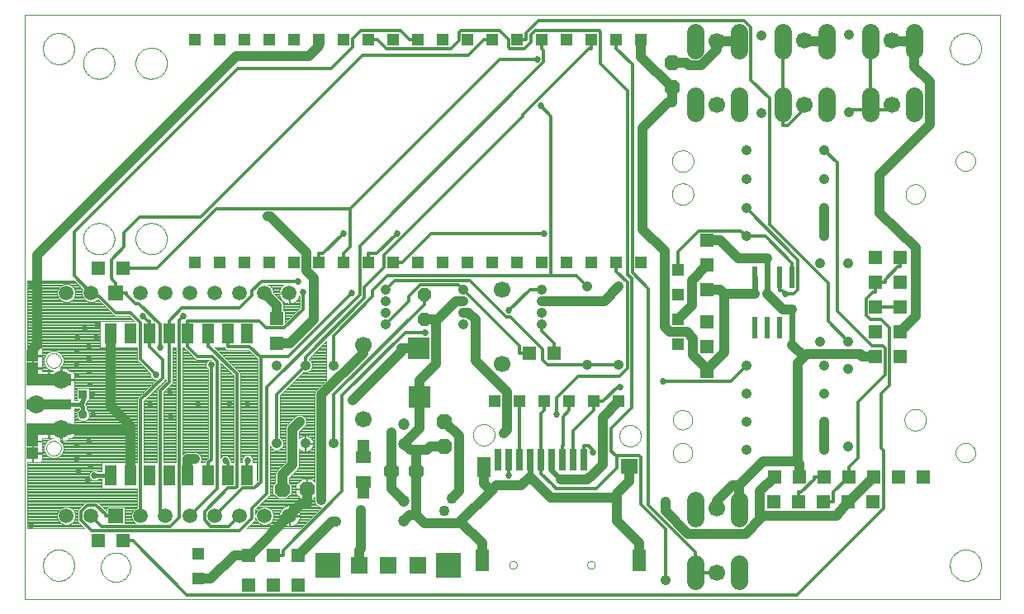
<source format=gtl>
G75*
%MOIN*%
%OFA0B0*%
%FSLAX24Y24*%
%IPPOS*%
%LPD*%
%AMOC8*
5,1,8,0,0,1.08239X$1,22.5*
%
%ADD10C,0.0000*%
%ADD11R,0.0472X0.0472*%
%ADD12R,0.0276X0.0866*%
%ADD13R,0.0551X0.0787*%
%ADD14R,0.0551X0.0866*%
%ADD15R,0.0709X0.0630*%
%ADD16C,0.0669*%
%ADD17OC8,0.0630*%
%ADD18C,0.0413*%
%ADD19OC8,0.0531*%
%ADD20R,0.0531X0.0531*%
%ADD21R,0.0236X0.0866*%
%ADD22R,0.0644X0.0500*%
%ADD23R,0.0709X0.0709*%
%ADD24R,0.1000X0.1000*%
%ADD25C,0.0591*%
%ADD26R,0.0591X0.0591*%
%ADD27C,0.0709*%
%ADD28C,0.0433*%
%ADD29C,0.0472*%
%ADD30R,0.0860X0.0860*%
%ADD31C,0.0728*%
%ADD32R,0.1800X0.0450*%
%ADD33R,0.1800X0.0400*%
%ADD34R,0.0500X0.0500*%
%ADD35R,0.0472X0.0787*%
%ADD36C,0.0400*%
%ADD37C,0.0240*%
%ADD38C,0.0270*%
%ADD39C,0.0047*%
%ADD40C,0.0236*%
%ADD41C,0.0120*%
%ADD42C,0.0160*%
%ADD43C,0.0100*%
%ADD44C,0.0376*%
%ADD45R,0.0376X0.0376*%
%ADD46R,0.0295X0.0295*%
%ADD47R,0.0354X0.0354*%
D10*
X004227Y002440D02*
X043597Y002440D01*
X043597Y026062D01*
X004227Y026062D01*
X004227Y002440D01*
X004975Y003818D02*
X004977Y003868D01*
X004983Y003918D01*
X004993Y003967D01*
X005007Y004015D01*
X005024Y004062D01*
X005045Y004107D01*
X005070Y004151D01*
X005098Y004192D01*
X005130Y004231D01*
X005164Y004268D01*
X005201Y004302D01*
X005241Y004332D01*
X005283Y004359D01*
X005327Y004383D01*
X005373Y004404D01*
X005420Y004420D01*
X005468Y004433D01*
X005518Y004442D01*
X005567Y004447D01*
X005618Y004448D01*
X005668Y004445D01*
X005717Y004438D01*
X005766Y004427D01*
X005814Y004412D01*
X005860Y004394D01*
X005905Y004372D01*
X005948Y004346D01*
X005989Y004317D01*
X006028Y004285D01*
X006064Y004250D01*
X006096Y004212D01*
X006126Y004172D01*
X006153Y004129D01*
X006176Y004085D01*
X006195Y004039D01*
X006211Y003991D01*
X006223Y003942D01*
X006231Y003893D01*
X006235Y003843D01*
X006235Y003793D01*
X006231Y003743D01*
X006223Y003694D01*
X006211Y003645D01*
X006195Y003597D01*
X006176Y003551D01*
X006153Y003507D01*
X006126Y003464D01*
X006096Y003424D01*
X006064Y003386D01*
X006028Y003351D01*
X005989Y003319D01*
X005948Y003290D01*
X005905Y003264D01*
X005860Y003242D01*
X005814Y003224D01*
X005766Y003209D01*
X005717Y003198D01*
X005668Y003191D01*
X005618Y003188D01*
X005567Y003189D01*
X005518Y003194D01*
X005468Y003203D01*
X005420Y003216D01*
X005373Y003232D01*
X005327Y003253D01*
X005283Y003277D01*
X005241Y003304D01*
X005201Y003334D01*
X005164Y003368D01*
X005130Y003405D01*
X005098Y003444D01*
X005070Y003485D01*
X005045Y003529D01*
X005024Y003574D01*
X005007Y003621D01*
X004993Y003669D01*
X004983Y003718D01*
X004977Y003768D01*
X004975Y003818D01*
X007317Y003739D02*
X007319Y003787D01*
X007325Y003835D01*
X007335Y003882D01*
X007348Y003928D01*
X007366Y003973D01*
X007386Y004017D01*
X007411Y004059D01*
X007439Y004098D01*
X007469Y004135D01*
X007503Y004169D01*
X007540Y004201D01*
X007578Y004230D01*
X007619Y004255D01*
X007662Y004277D01*
X007707Y004295D01*
X007753Y004309D01*
X007800Y004320D01*
X007848Y004327D01*
X007896Y004330D01*
X007944Y004329D01*
X007992Y004324D01*
X008040Y004315D01*
X008086Y004303D01*
X008131Y004286D01*
X008175Y004266D01*
X008217Y004243D01*
X008257Y004216D01*
X008295Y004186D01*
X008330Y004153D01*
X008362Y004117D01*
X008392Y004079D01*
X008418Y004038D01*
X008440Y003995D01*
X008460Y003951D01*
X008475Y003906D01*
X008487Y003859D01*
X008495Y003811D01*
X008499Y003763D01*
X008499Y003715D01*
X008495Y003667D01*
X008487Y003619D01*
X008475Y003572D01*
X008460Y003527D01*
X008440Y003483D01*
X008418Y003440D01*
X008392Y003399D01*
X008362Y003361D01*
X008330Y003325D01*
X008295Y003292D01*
X008257Y003262D01*
X008217Y003235D01*
X008175Y003212D01*
X008131Y003192D01*
X008086Y003175D01*
X008040Y003163D01*
X007992Y003154D01*
X007944Y003149D01*
X007896Y003148D01*
X007848Y003151D01*
X007800Y003158D01*
X007753Y003169D01*
X007707Y003183D01*
X007662Y003201D01*
X007619Y003223D01*
X007578Y003248D01*
X007540Y003277D01*
X007503Y003309D01*
X007469Y003343D01*
X007439Y003380D01*
X007411Y003419D01*
X007386Y003461D01*
X007366Y003505D01*
X007348Y003550D01*
X007335Y003596D01*
X007325Y003643D01*
X007319Y003691D01*
X007317Y003739D01*
X005113Y008542D02*
X005115Y008576D01*
X005121Y008610D01*
X005131Y008643D01*
X005144Y008674D01*
X005162Y008704D01*
X005182Y008732D01*
X005206Y008757D01*
X005232Y008779D01*
X005260Y008797D01*
X005291Y008813D01*
X005323Y008825D01*
X005357Y008833D01*
X005391Y008837D01*
X005425Y008837D01*
X005459Y008833D01*
X005493Y008825D01*
X005525Y008813D01*
X005555Y008797D01*
X005584Y008779D01*
X005610Y008757D01*
X005634Y008732D01*
X005654Y008704D01*
X005672Y008674D01*
X005685Y008643D01*
X005695Y008610D01*
X005701Y008576D01*
X005703Y008542D01*
X005701Y008508D01*
X005695Y008474D01*
X005685Y008441D01*
X005672Y008410D01*
X005654Y008380D01*
X005634Y008352D01*
X005610Y008327D01*
X005584Y008305D01*
X005556Y008287D01*
X005525Y008271D01*
X005493Y008259D01*
X005459Y008251D01*
X005425Y008247D01*
X005391Y008247D01*
X005357Y008251D01*
X005323Y008259D01*
X005291Y008271D01*
X005260Y008287D01*
X005232Y008305D01*
X005206Y008327D01*
X005182Y008352D01*
X005162Y008380D01*
X005144Y008410D01*
X005131Y008441D01*
X005121Y008474D01*
X005115Y008508D01*
X005113Y008542D01*
X005113Y012086D02*
X005115Y012120D01*
X005121Y012154D01*
X005131Y012187D01*
X005144Y012218D01*
X005162Y012248D01*
X005182Y012276D01*
X005206Y012301D01*
X005232Y012323D01*
X005260Y012341D01*
X005291Y012357D01*
X005323Y012369D01*
X005357Y012377D01*
X005391Y012381D01*
X005425Y012381D01*
X005459Y012377D01*
X005493Y012369D01*
X005525Y012357D01*
X005555Y012341D01*
X005584Y012323D01*
X005610Y012301D01*
X005634Y012276D01*
X005654Y012248D01*
X005672Y012218D01*
X005685Y012187D01*
X005695Y012154D01*
X005701Y012120D01*
X005703Y012086D01*
X005701Y012052D01*
X005695Y012018D01*
X005685Y011985D01*
X005672Y011954D01*
X005654Y011924D01*
X005634Y011896D01*
X005610Y011871D01*
X005584Y011849D01*
X005556Y011831D01*
X005525Y011815D01*
X005493Y011803D01*
X005459Y011795D01*
X005425Y011791D01*
X005391Y011791D01*
X005357Y011795D01*
X005323Y011803D01*
X005291Y011815D01*
X005260Y011831D01*
X005232Y011849D01*
X005206Y011871D01*
X005182Y011896D01*
X005162Y011924D01*
X005144Y011954D01*
X005131Y011985D01*
X005121Y012018D01*
X005115Y012052D01*
X005113Y012086D01*
X006601Y017007D02*
X006603Y017057D01*
X006609Y017107D01*
X006619Y017156D01*
X006633Y017204D01*
X006650Y017251D01*
X006671Y017296D01*
X006696Y017340D01*
X006724Y017381D01*
X006756Y017420D01*
X006790Y017457D01*
X006827Y017491D01*
X006867Y017521D01*
X006909Y017548D01*
X006953Y017572D01*
X006999Y017593D01*
X007046Y017609D01*
X007094Y017622D01*
X007144Y017631D01*
X007193Y017636D01*
X007244Y017637D01*
X007294Y017634D01*
X007343Y017627D01*
X007392Y017616D01*
X007440Y017601D01*
X007486Y017583D01*
X007531Y017561D01*
X007574Y017535D01*
X007615Y017506D01*
X007654Y017474D01*
X007690Y017439D01*
X007722Y017401D01*
X007752Y017361D01*
X007779Y017318D01*
X007802Y017274D01*
X007821Y017228D01*
X007837Y017180D01*
X007849Y017131D01*
X007857Y017082D01*
X007861Y017032D01*
X007861Y016982D01*
X007857Y016932D01*
X007849Y016883D01*
X007837Y016834D01*
X007821Y016786D01*
X007802Y016740D01*
X007779Y016696D01*
X007752Y016653D01*
X007722Y016613D01*
X007690Y016575D01*
X007654Y016540D01*
X007615Y016508D01*
X007574Y016479D01*
X007531Y016453D01*
X007486Y016431D01*
X007440Y016413D01*
X007392Y016398D01*
X007343Y016387D01*
X007294Y016380D01*
X007244Y016377D01*
X007193Y016378D01*
X007144Y016383D01*
X007094Y016392D01*
X007046Y016405D01*
X006999Y016421D01*
X006953Y016442D01*
X006909Y016466D01*
X006867Y016493D01*
X006827Y016523D01*
X006790Y016557D01*
X006756Y016594D01*
X006724Y016633D01*
X006696Y016674D01*
X006671Y016718D01*
X006650Y016763D01*
X006633Y016810D01*
X006619Y016858D01*
X006609Y016907D01*
X006603Y016957D01*
X006601Y017007D01*
X008715Y017007D02*
X008717Y017057D01*
X008723Y017107D01*
X008733Y017156D01*
X008747Y017204D01*
X008764Y017251D01*
X008785Y017296D01*
X008810Y017340D01*
X008838Y017381D01*
X008870Y017420D01*
X008904Y017457D01*
X008941Y017491D01*
X008981Y017521D01*
X009023Y017548D01*
X009067Y017572D01*
X009113Y017593D01*
X009160Y017609D01*
X009208Y017622D01*
X009258Y017631D01*
X009307Y017636D01*
X009358Y017637D01*
X009408Y017634D01*
X009457Y017627D01*
X009506Y017616D01*
X009554Y017601D01*
X009600Y017583D01*
X009645Y017561D01*
X009688Y017535D01*
X009729Y017506D01*
X009768Y017474D01*
X009804Y017439D01*
X009836Y017401D01*
X009866Y017361D01*
X009893Y017318D01*
X009916Y017274D01*
X009935Y017228D01*
X009951Y017180D01*
X009963Y017131D01*
X009971Y017082D01*
X009975Y017032D01*
X009975Y016982D01*
X009971Y016932D01*
X009963Y016883D01*
X009951Y016834D01*
X009935Y016786D01*
X009916Y016740D01*
X009893Y016696D01*
X009866Y016653D01*
X009836Y016613D01*
X009804Y016575D01*
X009768Y016540D01*
X009729Y016508D01*
X009688Y016479D01*
X009645Y016453D01*
X009600Y016431D01*
X009554Y016413D01*
X009506Y016398D01*
X009457Y016387D01*
X009408Y016380D01*
X009358Y016377D01*
X009307Y016378D01*
X009258Y016383D01*
X009208Y016392D01*
X009160Y016405D01*
X009113Y016421D01*
X009067Y016442D01*
X009023Y016466D01*
X008981Y016493D01*
X008941Y016523D01*
X008904Y016557D01*
X008870Y016594D01*
X008838Y016633D01*
X008810Y016674D01*
X008785Y016718D01*
X008764Y016763D01*
X008747Y016810D01*
X008733Y016858D01*
X008723Y016907D01*
X008717Y016957D01*
X008715Y017007D01*
X008715Y024094D02*
X008717Y024144D01*
X008723Y024194D01*
X008733Y024243D01*
X008747Y024291D01*
X008764Y024338D01*
X008785Y024383D01*
X008810Y024427D01*
X008838Y024468D01*
X008870Y024507D01*
X008904Y024544D01*
X008941Y024578D01*
X008981Y024608D01*
X009023Y024635D01*
X009067Y024659D01*
X009113Y024680D01*
X009160Y024696D01*
X009208Y024709D01*
X009258Y024718D01*
X009307Y024723D01*
X009358Y024724D01*
X009408Y024721D01*
X009457Y024714D01*
X009506Y024703D01*
X009554Y024688D01*
X009600Y024670D01*
X009645Y024648D01*
X009688Y024622D01*
X009729Y024593D01*
X009768Y024561D01*
X009804Y024526D01*
X009836Y024488D01*
X009866Y024448D01*
X009893Y024405D01*
X009916Y024361D01*
X009935Y024315D01*
X009951Y024267D01*
X009963Y024218D01*
X009971Y024169D01*
X009975Y024119D01*
X009975Y024069D01*
X009971Y024019D01*
X009963Y023970D01*
X009951Y023921D01*
X009935Y023873D01*
X009916Y023827D01*
X009893Y023783D01*
X009866Y023740D01*
X009836Y023700D01*
X009804Y023662D01*
X009768Y023627D01*
X009729Y023595D01*
X009688Y023566D01*
X009645Y023540D01*
X009600Y023518D01*
X009554Y023500D01*
X009506Y023485D01*
X009457Y023474D01*
X009408Y023467D01*
X009358Y023464D01*
X009307Y023465D01*
X009258Y023470D01*
X009208Y023479D01*
X009160Y023492D01*
X009113Y023508D01*
X009067Y023529D01*
X009023Y023553D01*
X008981Y023580D01*
X008941Y023610D01*
X008904Y023644D01*
X008870Y023681D01*
X008838Y023720D01*
X008810Y023761D01*
X008785Y023805D01*
X008764Y023850D01*
X008747Y023897D01*
X008733Y023945D01*
X008723Y023994D01*
X008717Y024044D01*
X008715Y024094D01*
X006601Y024094D02*
X006603Y024144D01*
X006609Y024194D01*
X006619Y024243D01*
X006633Y024291D01*
X006650Y024338D01*
X006671Y024383D01*
X006696Y024427D01*
X006724Y024468D01*
X006756Y024507D01*
X006790Y024544D01*
X006827Y024578D01*
X006867Y024608D01*
X006909Y024635D01*
X006953Y024659D01*
X006999Y024680D01*
X007046Y024696D01*
X007094Y024709D01*
X007144Y024718D01*
X007193Y024723D01*
X007244Y024724D01*
X007294Y024721D01*
X007343Y024714D01*
X007392Y024703D01*
X007440Y024688D01*
X007486Y024670D01*
X007531Y024648D01*
X007574Y024622D01*
X007615Y024593D01*
X007654Y024561D01*
X007690Y024526D01*
X007722Y024488D01*
X007752Y024448D01*
X007779Y024405D01*
X007802Y024361D01*
X007821Y024315D01*
X007837Y024267D01*
X007849Y024218D01*
X007857Y024169D01*
X007861Y024119D01*
X007861Y024069D01*
X007857Y024019D01*
X007849Y023970D01*
X007837Y023921D01*
X007821Y023873D01*
X007802Y023827D01*
X007779Y023783D01*
X007752Y023740D01*
X007722Y023700D01*
X007690Y023662D01*
X007654Y023627D01*
X007615Y023595D01*
X007574Y023566D01*
X007531Y023540D01*
X007486Y023518D01*
X007440Y023500D01*
X007392Y023485D01*
X007343Y023474D01*
X007294Y023467D01*
X007244Y023464D01*
X007193Y023465D01*
X007144Y023470D01*
X007094Y023479D01*
X007046Y023492D01*
X006999Y023508D01*
X006953Y023529D01*
X006909Y023553D01*
X006867Y023580D01*
X006827Y023610D01*
X006790Y023644D01*
X006756Y023681D01*
X006724Y023720D01*
X006696Y023761D01*
X006671Y023805D01*
X006650Y023850D01*
X006633Y023897D01*
X006619Y023945D01*
X006609Y023994D01*
X006603Y024044D01*
X006601Y024094D01*
X004975Y024684D02*
X004977Y024734D01*
X004983Y024784D01*
X004993Y024833D01*
X005007Y024881D01*
X005024Y024928D01*
X005045Y024973D01*
X005070Y025017D01*
X005098Y025058D01*
X005130Y025097D01*
X005164Y025134D01*
X005201Y025168D01*
X005241Y025198D01*
X005283Y025225D01*
X005327Y025249D01*
X005373Y025270D01*
X005420Y025286D01*
X005468Y025299D01*
X005518Y025308D01*
X005567Y025313D01*
X005618Y025314D01*
X005668Y025311D01*
X005717Y025304D01*
X005766Y025293D01*
X005814Y025278D01*
X005860Y025260D01*
X005905Y025238D01*
X005948Y025212D01*
X005989Y025183D01*
X006028Y025151D01*
X006064Y025116D01*
X006096Y025078D01*
X006126Y025038D01*
X006153Y024995D01*
X006176Y024951D01*
X006195Y024905D01*
X006211Y024857D01*
X006223Y024808D01*
X006231Y024759D01*
X006235Y024709D01*
X006235Y024659D01*
X006231Y024609D01*
X006223Y024560D01*
X006211Y024511D01*
X006195Y024463D01*
X006176Y024417D01*
X006153Y024373D01*
X006126Y024330D01*
X006096Y024290D01*
X006064Y024252D01*
X006028Y024217D01*
X005989Y024185D01*
X005948Y024156D01*
X005905Y024130D01*
X005860Y024108D01*
X005814Y024090D01*
X005766Y024075D01*
X005717Y024064D01*
X005668Y024057D01*
X005618Y024054D01*
X005567Y024055D01*
X005518Y024060D01*
X005468Y024069D01*
X005420Y024082D01*
X005373Y024098D01*
X005327Y024119D01*
X005283Y024143D01*
X005241Y024170D01*
X005201Y024200D01*
X005164Y024234D01*
X005130Y024271D01*
X005098Y024310D01*
X005070Y024351D01*
X005045Y024395D01*
X005024Y024440D01*
X005007Y024487D01*
X004993Y024535D01*
X004983Y024584D01*
X004977Y024634D01*
X004975Y024684D01*
X030368Y020141D02*
X030370Y020182D01*
X030376Y020223D01*
X030386Y020263D01*
X030399Y020302D01*
X030416Y020339D01*
X030437Y020375D01*
X030461Y020409D01*
X030488Y020440D01*
X030517Y020468D01*
X030550Y020494D01*
X030584Y020516D01*
X030621Y020535D01*
X030659Y020550D01*
X030699Y020562D01*
X030739Y020570D01*
X030780Y020574D01*
X030822Y020574D01*
X030863Y020570D01*
X030903Y020562D01*
X030943Y020550D01*
X030981Y020535D01*
X031017Y020516D01*
X031052Y020494D01*
X031085Y020468D01*
X031114Y020440D01*
X031141Y020409D01*
X031165Y020375D01*
X031186Y020339D01*
X031203Y020302D01*
X031216Y020263D01*
X031226Y020223D01*
X031232Y020182D01*
X031234Y020141D01*
X031232Y020100D01*
X031226Y020059D01*
X031216Y020019D01*
X031203Y019980D01*
X031186Y019943D01*
X031165Y019907D01*
X031141Y019873D01*
X031114Y019842D01*
X031085Y019814D01*
X031052Y019788D01*
X031018Y019766D01*
X030981Y019747D01*
X030943Y019732D01*
X030903Y019720D01*
X030863Y019712D01*
X030822Y019708D01*
X030780Y019708D01*
X030739Y019712D01*
X030699Y019720D01*
X030659Y019732D01*
X030621Y019747D01*
X030585Y019766D01*
X030550Y019788D01*
X030517Y019814D01*
X030488Y019842D01*
X030461Y019873D01*
X030437Y019907D01*
X030416Y019943D01*
X030399Y019980D01*
X030386Y020019D01*
X030376Y020059D01*
X030370Y020100D01*
X030368Y020141D01*
X030364Y018810D02*
X030366Y018851D01*
X030372Y018892D01*
X030382Y018932D01*
X030395Y018971D01*
X030412Y019008D01*
X030433Y019044D01*
X030457Y019078D01*
X030484Y019109D01*
X030513Y019137D01*
X030546Y019163D01*
X030580Y019185D01*
X030617Y019204D01*
X030655Y019219D01*
X030695Y019231D01*
X030735Y019239D01*
X030776Y019243D01*
X030818Y019243D01*
X030859Y019239D01*
X030899Y019231D01*
X030939Y019219D01*
X030977Y019204D01*
X031013Y019185D01*
X031048Y019163D01*
X031081Y019137D01*
X031110Y019109D01*
X031137Y019078D01*
X031161Y019044D01*
X031182Y019008D01*
X031199Y018971D01*
X031212Y018932D01*
X031222Y018892D01*
X031228Y018851D01*
X031230Y018810D01*
X031228Y018769D01*
X031222Y018728D01*
X031212Y018688D01*
X031199Y018649D01*
X031182Y018612D01*
X031161Y018576D01*
X031137Y018542D01*
X031110Y018511D01*
X031081Y018483D01*
X031048Y018457D01*
X031014Y018435D01*
X030977Y018416D01*
X030939Y018401D01*
X030899Y018389D01*
X030859Y018381D01*
X030818Y018377D01*
X030776Y018377D01*
X030735Y018381D01*
X030695Y018389D01*
X030655Y018401D01*
X030617Y018416D01*
X030581Y018435D01*
X030546Y018457D01*
X030513Y018483D01*
X030484Y018511D01*
X030457Y018542D01*
X030433Y018576D01*
X030412Y018612D01*
X030395Y018649D01*
X030382Y018688D01*
X030372Y018728D01*
X030366Y018769D01*
X030364Y018810D01*
X039793Y018810D02*
X039795Y018849D01*
X039801Y018888D01*
X039811Y018926D01*
X039824Y018963D01*
X039841Y018998D01*
X039861Y019032D01*
X039885Y019063D01*
X039912Y019092D01*
X039941Y019118D01*
X039973Y019141D01*
X040007Y019161D01*
X040043Y019177D01*
X040080Y019189D01*
X040119Y019198D01*
X040158Y019203D01*
X040197Y019204D01*
X040236Y019201D01*
X040275Y019194D01*
X040312Y019183D01*
X040349Y019169D01*
X040384Y019151D01*
X040417Y019130D01*
X040448Y019105D01*
X040476Y019078D01*
X040501Y019048D01*
X040523Y019015D01*
X040542Y018981D01*
X040557Y018945D01*
X040569Y018907D01*
X040577Y018869D01*
X040581Y018830D01*
X040581Y018790D01*
X040577Y018751D01*
X040569Y018713D01*
X040557Y018675D01*
X040542Y018639D01*
X040523Y018605D01*
X040501Y018572D01*
X040476Y018542D01*
X040448Y018515D01*
X040417Y018490D01*
X040384Y018469D01*
X040349Y018451D01*
X040312Y018437D01*
X040275Y018426D01*
X040236Y018419D01*
X040197Y018416D01*
X040158Y018417D01*
X040119Y018422D01*
X040080Y018431D01*
X040043Y018443D01*
X040007Y018459D01*
X039973Y018479D01*
X039941Y018502D01*
X039912Y018528D01*
X039885Y018557D01*
X039861Y018588D01*
X039841Y018622D01*
X039824Y018657D01*
X039811Y018694D01*
X039801Y018732D01*
X039795Y018771D01*
X039793Y018810D01*
X041817Y020141D02*
X041819Y020180D01*
X041825Y020219D01*
X041835Y020257D01*
X041848Y020294D01*
X041865Y020329D01*
X041885Y020363D01*
X041909Y020394D01*
X041936Y020423D01*
X041965Y020449D01*
X041997Y020472D01*
X042031Y020492D01*
X042067Y020508D01*
X042104Y020520D01*
X042143Y020529D01*
X042182Y020534D01*
X042221Y020535D01*
X042260Y020532D01*
X042299Y020525D01*
X042336Y020514D01*
X042373Y020500D01*
X042408Y020482D01*
X042441Y020461D01*
X042472Y020436D01*
X042500Y020409D01*
X042525Y020379D01*
X042547Y020346D01*
X042566Y020312D01*
X042581Y020276D01*
X042593Y020238D01*
X042601Y020200D01*
X042605Y020161D01*
X042605Y020121D01*
X042601Y020082D01*
X042593Y020044D01*
X042581Y020006D01*
X042566Y019970D01*
X042547Y019936D01*
X042525Y019903D01*
X042500Y019873D01*
X042472Y019846D01*
X042441Y019821D01*
X042408Y019800D01*
X042373Y019782D01*
X042336Y019768D01*
X042299Y019757D01*
X042260Y019750D01*
X042221Y019747D01*
X042182Y019748D01*
X042143Y019753D01*
X042104Y019762D01*
X042067Y019774D01*
X042031Y019790D01*
X041997Y019810D01*
X041965Y019833D01*
X041936Y019859D01*
X041909Y019888D01*
X041885Y019919D01*
X041865Y019953D01*
X041848Y019988D01*
X041835Y020025D01*
X041825Y020063D01*
X041819Y020102D01*
X041817Y020141D01*
X041589Y024684D02*
X041591Y024734D01*
X041597Y024784D01*
X041607Y024833D01*
X041621Y024881D01*
X041638Y024928D01*
X041659Y024973D01*
X041684Y025017D01*
X041712Y025058D01*
X041744Y025097D01*
X041778Y025134D01*
X041815Y025168D01*
X041855Y025198D01*
X041897Y025225D01*
X041941Y025249D01*
X041987Y025270D01*
X042034Y025286D01*
X042082Y025299D01*
X042132Y025308D01*
X042181Y025313D01*
X042232Y025314D01*
X042282Y025311D01*
X042331Y025304D01*
X042380Y025293D01*
X042428Y025278D01*
X042474Y025260D01*
X042519Y025238D01*
X042562Y025212D01*
X042603Y025183D01*
X042642Y025151D01*
X042678Y025116D01*
X042710Y025078D01*
X042740Y025038D01*
X042767Y024995D01*
X042790Y024951D01*
X042809Y024905D01*
X042825Y024857D01*
X042837Y024808D01*
X042845Y024759D01*
X042849Y024709D01*
X042849Y024659D01*
X042845Y024609D01*
X042837Y024560D01*
X042825Y024511D01*
X042809Y024463D01*
X042790Y024417D01*
X042767Y024373D01*
X042740Y024330D01*
X042710Y024290D01*
X042678Y024252D01*
X042642Y024217D01*
X042603Y024185D01*
X042562Y024156D01*
X042519Y024130D01*
X042474Y024108D01*
X042428Y024090D01*
X042380Y024075D01*
X042331Y024064D01*
X042282Y024057D01*
X042232Y024054D01*
X042181Y024055D01*
X042132Y024060D01*
X042082Y024069D01*
X042034Y024082D01*
X041987Y024098D01*
X041941Y024119D01*
X041897Y024143D01*
X041855Y024170D01*
X041815Y024200D01*
X041778Y024234D01*
X041744Y024271D01*
X041712Y024310D01*
X041684Y024351D01*
X041659Y024395D01*
X041638Y024440D01*
X041621Y024487D01*
X041607Y024535D01*
X041597Y024584D01*
X041591Y024634D01*
X041589Y024684D01*
X039754Y009692D02*
X039756Y009733D01*
X039762Y009774D01*
X039772Y009814D01*
X039785Y009853D01*
X039802Y009890D01*
X039823Y009926D01*
X039847Y009960D01*
X039874Y009991D01*
X039903Y010019D01*
X039936Y010045D01*
X039970Y010067D01*
X040007Y010086D01*
X040045Y010101D01*
X040085Y010113D01*
X040125Y010121D01*
X040166Y010125D01*
X040208Y010125D01*
X040249Y010121D01*
X040289Y010113D01*
X040329Y010101D01*
X040367Y010086D01*
X040403Y010067D01*
X040438Y010045D01*
X040471Y010019D01*
X040500Y009991D01*
X040527Y009960D01*
X040551Y009926D01*
X040572Y009890D01*
X040589Y009853D01*
X040602Y009814D01*
X040612Y009774D01*
X040618Y009733D01*
X040620Y009692D01*
X040618Y009651D01*
X040612Y009610D01*
X040602Y009570D01*
X040589Y009531D01*
X040572Y009494D01*
X040551Y009458D01*
X040527Y009424D01*
X040500Y009393D01*
X040471Y009365D01*
X040438Y009339D01*
X040404Y009317D01*
X040367Y009298D01*
X040329Y009283D01*
X040289Y009271D01*
X040249Y009263D01*
X040208Y009259D01*
X040166Y009259D01*
X040125Y009263D01*
X040085Y009271D01*
X040045Y009283D01*
X040007Y009298D01*
X039971Y009317D01*
X039936Y009339D01*
X039903Y009365D01*
X039874Y009393D01*
X039847Y009424D01*
X039823Y009458D01*
X039802Y009494D01*
X039785Y009531D01*
X039772Y009570D01*
X039762Y009610D01*
X039756Y009651D01*
X039754Y009692D01*
X041817Y008361D02*
X041819Y008400D01*
X041825Y008439D01*
X041835Y008477D01*
X041848Y008514D01*
X041865Y008549D01*
X041885Y008583D01*
X041909Y008614D01*
X041936Y008643D01*
X041965Y008669D01*
X041997Y008692D01*
X042031Y008712D01*
X042067Y008728D01*
X042104Y008740D01*
X042143Y008749D01*
X042182Y008754D01*
X042221Y008755D01*
X042260Y008752D01*
X042299Y008745D01*
X042336Y008734D01*
X042373Y008720D01*
X042408Y008702D01*
X042441Y008681D01*
X042472Y008656D01*
X042500Y008629D01*
X042525Y008599D01*
X042547Y008566D01*
X042566Y008532D01*
X042581Y008496D01*
X042593Y008458D01*
X042601Y008420D01*
X042605Y008381D01*
X042605Y008341D01*
X042601Y008302D01*
X042593Y008264D01*
X042581Y008226D01*
X042566Y008190D01*
X042547Y008156D01*
X042525Y008123D01*
X042500Y008093D01*
X042472Y008066D01*
X042441Y008041D01*
X042408Y008020D01*
X042373Y008002D01*
X042336Y007988D01*
X042299Y007977D01*
X042260Y007970D01*
X042221Y007967D01*
X042182Y007968D01*
X042143Y007973D01*
X042104Y007982D01*
X042067Y007994D01*
X042031Y008010D01*
X041997Y008030D01*
X041965Y008053D01*
X041936Y008079D01*
X041909Y008108D01*
X041885Y008139D01*
X041865Y008173D01*
X041848Y008208D01*
X041835Y008245D01*
X041825Y008283D01*
X041819Y008322D01*
X041817Y008361D01*
X041589Y003818D02*
X041591Y003868D01*
X041597Y003918D01*
X041607Y003967D01*
X041621Y004015D01*
X041638Y004062D01*
X041659Y004107D01*
X041684Y004151D01*
X041712Y004192D01*
X041744Y004231D01*
X041778Y004268D01*
X041815Y004302D01*
X041855Y004332D01*
X041897Y004359D01*
X041941Y004383D01*
X041987Y004404D01*
X042034Y004420D01*
X042082Y004433D01*
X042132Y004442D01*
X042181Y004447D01*
X042232Y004448D01*
X042282Y004445D01*
X042331Y004438D01*
X042380Y004427D01*
X042428Y004412D01*
X042474Y004394D01*
X042519Y004372D01*
X042562Y004346D01*
X042603Y004317D01*
X042642Y004285D01*
X042678Y004250D01*
X042710Y004212D01*
X042740Y004172D01*
X042767Y004129D01*
X042790Y004085D01*
X042809Y004039D01*
X042825Y003991D01*
X042837Y003942D01*
X042845Y003893D01*
X042849Y003843D01*
X042849Y003793D01*
X042845Y003743D01*
X042837Y003694D01*
X042825Y003645D01*
X042809Y003597D01*
X042790Y003551D01*
X042767Y003507D01*
X042740Y003464D01*
X042710Y003424D01*
X042678Y003386D01*
X042642Y003351D01*
X042603Y003319D01*
X042562Y003290D01*
X042519Y003264D01*
X042474Y003242D01*
X042428Y003224D01*
X042380Y003209D01*
X042331Y003198D01*
X042282Y003191D01*
X042232Y003188D01*
X042181Y003189D01*
X042132Y003194D01*
X042082Y003203D01*
X042034Y003216D01*
X041987Y003232D01*
X041941Y003253D01*
X041897Y003277D01*
X041855Y003304D01*
X041815Y003334D01*
X041778Y003368D01*
X041744Y003405D01*
X041712Y003444D01*
X041684Y003485D01*
X041659Y003529D01*
X041638Y003574D01*
X041621Y003621D01*
X041607Y003669D01*
X041597Y003718D01*
X041591Y003768D01*
X041589Y003818D01*
X030400Y008361D02*
X030402Y008400D01*
X030408Y008439D01*
X030418Y008477D01*
X030431Y008514D01*
X030448Y008549D01*
X030468Y008583D01*
X030492Y008614D01*
X030519Y008643D01*
X030548Y008669D01*
X030580Y008692D01*
X030614Y008712D01*
X030650Y008728D01*
X030687Y008740D01*
X030726Y008749D01*
X030765Y008754D01*
X030804Y008755D01*
X030843Y008752D01*
X030882Y008745D01*
X030919Y008734D01*
X030956Y008720D01*
X030991Y008702D01*
X031024Y008681D01*
X031055Y008656D01*
X031083Y008629D01*
X031108Y008599D01*
X031130Y008566D01*
X031149Y008532D01*
X031164Y008496D01*
X031176Y008458D01*
X031184Y008420D01*
X031188Y008381D01*
X031188Y008341D01*
X031184Y008302D01*
X031176Y008264D01*
X031164Y008226D01*
X031149Y008190D01*
X031130Y008156D01*
X031108Y008123D01*
X031083Y008093D01*
X031055Y008066D01*
X031024Y008041D01*
X030991Y008020D01*
X030956Y008002D01*
X030919Y007988D01*
X030882Y007977D01*
X030843Y007970D01*
X030804Y007967D01*
X030765Y007968D01*
X030726Y007973D01*
X030687Y007982D01*
X030650Y007994D01*
X030614Y008010D01*
X030580Y008030D01*
X030548Y008053D01*
X030519Y008079D01*
X030492Y008108D01*
X030468Y008139D01*
X030448Y008173D01*
X030431Y008208D01*
X030418Y008245D01*
X030408Y008283D01*
X030402Y008322D01*
X030400Y008361D01*
X028242Y009046D02*
X028244Y009087D01*
X028250Y009128D01*
X028260Y009168D01*
X028273Y009207D01*
X028290Y009244D01*
X028311Y009280D01*
X028335Y009314D01*
X028362Y009345D01*
X028391Y009373D01*
X028424Y009399D01*
X028458Y009421D01*
X028495Y009440D01*
X028533Y009455D01*
X028573Y009467D01*
X028613Y009475D01*
X028654Y009479D01*
X028696Y009479D01*
X028737Y009475D01*
X028777Y009467D01*
X028817Y009455D01*
X028855Y009440D01*
X028891Y009421D01*
X028926Y009399D01*
X028959Y009373D01*
X028988Y009345D01*
X029015Y009314D01*
X029039Y009280D01*
X029060Y009244D01*
X029077Y009207D01*
X029090Y009168D01*
X029100Y009128D01*
X029106Y009087D01*
X029108Y009046D01*
X029106Y009005D01*
X029100Y008964D01*
X029090Y008924D01*
X029077Y008885D01*
X029060Y008848D01*
X029039Y008812D01*
X029015Y008778D01*
X028988Y008747D01*
X028959Y008719D01*
X028926Y008693D01*
X028892Y008671D01*
X028855Y008652D01*
X028817Y008637D01*
X028777Y008625D01*
X028737Y008617D01*
X028696Y008613D01*
X028654Y008613D01*
X028613Y008617D01*
X028573Y008625D01*
X028533Y008637D01*
X028495Y008652D01*
X028459Y008671D01*
X028424Y008693D01*
X028391Y008719D01*
X028362Y008747D01*
X028335Y008778D01*
X028311Y008812D01*
X028290Y008848D01*
X028273Y008885D01*
X028260Y008924D01*
X028250Y008964D01*
X028244Y009005D01*
X028242Y009046D01*
X030403Y009692D02*
X030405Y009731D01*
X030411Y009770D01*
X030421Y009808D01*
X030434Y009845D01*
X030451Y009880D01*
X030471Y009914D01*
X030495Y009945D01*
X030522Y009974D01*
X030551Y010000D01*
X030583Y010023D01*
X030617Y010043D01*
X030653Y010059D01*
X030690Y010071D01*
X030729Y010080D01*
X030768Y010085D01*
X030807Y010086D01*
X030846Y010083D01*
X030885Y010076D01*
X030922Y010065D01*
X030959Y010051D01*
X030994Y010033D01*
X031027Y010012D01*
X031058Y009987D01*
X031086Y009960D01*
X031111Y009930D01*
X031133Y009897D01*
X031152Y009863D01*
X031167Y009827D01*
X031179Y009789D01*
X031187Y009751D01*
X031191Y009712D01*
X031191Y009672D01*
X031187Y009633D01*
X031179Y009595D01*
X031167Y009557D01*
X031152Y009521D01*
X031133Y009487D01*
X031111Y009454D01*
X031086Y009424D01*
X031058Y009397D01*
X031027Y009372D01*
X030994Y009351D01*
X030959Y009333D01*
X030922Y009319D01*
X030885Y009308D01*
X030846Y009301D01*
X030807Y009298D01*
X030768Y009299D01*
X030729Y009304D01*
X030690Y009313D01*
X030653Y009325D01*
X030617Y009341D01*
X030583Y009361D01*
X030551Y009384D01*
X030522Y009410D01*
X030495Y009439D01*
X030471Y009470D01*
X030451Y009504D01*
X030434Y009539D01*
X030421Y009576D01*
X030411Y009614D01*
X030405Y009653D01*
X030403Y009692D01*
X022337Y009086D02*
X022339Y009127D01*
X022345Y009168D01*
X022355Y009208D01*
X022368Y009247D01*
X022385Y009284D01*
X022406Y009320D01*
X022430Y009354D01*
X022457Y009385D01*
X022486Y009413D01*
X022519Y009439D01*
X022553Y009461D01*
X022590Y009480D01*
X022628Y009495D01*
X022668Y009507D01*
X022708Y009515D01*
X022749Y009519D01*
X022791Y009519D01*
X022832Y009515D01*
X022872Y009507D01*
X022912Y009495D01*
X022950Y009480D01*
X022986Y009461D01*
X023021Y009439D01*
X023054Y009413D01*
X023083Y009385D01*
X023110Y009354D01*
X023134Y009320D01*
X023155Y009284D01*
X023172Y009247D01*
X023185Y009208D01*
X023195Y009168D01*
X023201Y009127D01*
X023203Y009086D01*
X023201Y009045D01*
X023195Y009004D01*
X023185Y008964D01*
X023172Y008925D01*
X023155Y008888D01*
X023134Y008852D01*
X023110Y008818D01*
X023083Y008787D01*
X023054Y008759D01*
X023021Y008733D01*
X022987Y008711D01*
X022950Y008692D01*
X022912Y008677D01*
X022872Y008665D01*
X022832Y008657D01*
X022791Y008653D01*
X022749Y008653D01*
X022708Y008657D01*
X022668Y008665D01*
X022628Y008677D01*
X022590Y008692D01*
X022554Y008711D01*
X022519Y008733D01*
X022486Y008759D01*
X022457Y008787D01*
X022430Y008818D01*
X022406Y008852D01*
X022385Y008888D01*
X022368Y008925D01*
X022355Y008964D01*
X022345Y009004D01*
X022339Y009045D01*
X022337Y009086D01*
X023794Y003830D02*
X023796Y003855D01*
X023802Y003879D01*
X023811Y003901D01*
X023824Y003922D01*
X023840Y003941D01*
X023859Y003957D01*
X023880Y003970D01*
X023902Y003979D01*
X023926Y003985D01*
X023951Y003987D01*
X023976Y003985D01*
X024000Y003979D01*
X024022Y003970D01*
X024043Y003957D01*
X024062Y003941D01*
X024078Y003922D01*
X024091Y003901D01*
X024100Y003879D01*
X024106Y003855D01*
X024108Y003830D01*
X024106Y003805D01*
X024100Y003781D01*
X024091Y003759D01*
X024078Y003738D01*
X024062Y003719D01*
X024043Y003703D01*
X024022Y003690D01*
X024000Y003681D01*
X023976Y003675D01*
X023951Y003673D01*
X023926Y003675D01*
X023902Y003681D01*
X023880Y003690D01*
X023859Y003703D01*
X023840Y003719D01*
X023824Y003738D01*
X023811Y003759D01*
X023802Y003781D01*
X023796Y003805D01*
X023794Y003830D01*
X026944Y003830D02*
X026946Y003855D01*
X026952Y003879D01*
X026961Y003901D01*
X026974Y003922D01*
X026990Y003941D01*
X027009Y003957D01*
X027030Y003970D01*
X027052Y003979D01*
X027076Y003985D01*
X027101Y003987D01*
X027126Y003985D01*
X027150Y003979D01*
X027172Y003970D01*
X027193Y003957D01*
X027212Y003941D01*
X027228Y003922D01*
X027241Y003901D01*
X027250Y003879D01*
X027256Y003855D01*
X027258Y003830D01*
X027256Y003805D01*
X027250Y003781D01*
X027241Y003759D01*
X027228Y003738D01*
X027212Y003719D01*
X027193Y003703D01*
X027172Y003690D01*
X027150Y003681D01*
X027126Y003675D01*
X027101Y003673D01*
X027076Y003675D01*
X027052Y003681D01*
X027030Y003690D01*
X027009Y003703D01*
X026990Y003719D01*
X026974Y003738D01*
X026961Y003759D01*
X026952Y003781D01*
X026946Y003805D01*
X026944Y003830D01*
D11*
X017912Y006743D03*
X017912Y008633D03*
X023223Y010440D03*
X024223Y010440D03*
X025223Y010440D03*
X026223Y010440D03*
X027223Y010440D03*
X028223Y010440D03*
X030605Y012743D03*
X030605Y013743D03*
X030605Y014743D03*
X030605Y015743D03*
X029120Y016050D03*
X028120Y016050D03*
X027120Y016050D03*
X026120Y016050D03*
X025120Y016050D03*
X024120Y016050D03*
X023120Y016050D03*
X022120Y016050D03*
X021120Y016050D03*
X020120Y016050D03*
X019120Y016050D03*
X018120Y016050D03*
X017120Y016050D03*
X016120Y016050D03*
X015120Y016050D03*
X014120Y016050D03*
X013120Y016050D03*
X012120Y016050D03*
X011120Y016050D03*
X011120Y025050D03*
X012120Y025050D03*
X013120Y025050D03*
X014120Y025050D03*
X015120Y025050D03*
X016120Y025050D03*
X017120Y025050D03*
X018120Y025050D03*
X019120Y025050D03*
X020120Y025050D03*
X021120Y025050D03*
X022120Y025050D03*
X023120Y025050D03*
X024120Y025050D03*
X025120Y025050D03*
X026120Y025050D03*
X027120Y025050D03*
X028120Y025050D03*
X029120Y025050D03*
X011258Y004282D03*
X011258Y003282D03*
D12*
X023341Y008082D03*
X023774Y008082D03*
X024207Y008082D03*
X024640Y008082D03*
X025073Y008082D03*
X025506Y008082D03*
X025939Y008082D03*
X026372Y008082D03*
X026805Y008082D03*
D13*
X022770Y007767D03*
D14*
X022711Y004007D03*
X029049Y004007D03*
D15*
X028636Y007806D03*
D16*
X032179Y006101D03*
X032179Y003503D03*
X023510Y011952D03*
X023510Y014952D03*
X017912Y012700D03*
X017912Y009700D03*
X032179Y022401D03*
X035707Y022408D03*
X039254Y022405D03*
X039254Y025003D03*
X035707Y025007D03*
X032179Y024999D03*
D17*
X030364Y024101D03*
X030364Y023101D03*
X021183Y009613D03*
X021183Y008613D03*
X020034Y007609D03*
X019034Y007609D03*
X015628Y006893D03*
X014628Y006893D03*
D18*
X014400Y008739D03*
X015561Y008739D03*
X016703Y008739D03*
X016703Y011889D03*
X015561Y011889D03*
X014400Y011889D03*
X018794Y013542D03*
X018794Y014015D03*
X018794Y014487D03*
X018794Y014960D03*
X021943Y014960D03*
X021943Y014487D03*
X021943Y014015D03*
X021943Y013542D03*
X025093Y013542D03*
X025093Y014015D03*
X025093Y014487D03*
X025093Y014960D03*
X026939Y015070D03*
X028219Y015070D03*
X028219Y011920D03*
X026939Y011920D03*
X033360Y011869D03*
X033364Y010743D03*
X033360Y009613D03*
X033360Y008483D03*
X036510Y008483D03*
X037490Y008601D03*
X036510Y009613D03*
X036514Y010743D03*
X037490Y011751D03*
X036510Y011869D03*
X036345Y012865D03*
X037490Y012865D03*
X037490Y016015D03*
X036345Y016015D03*
X036510Y017105D03*
X036510Y018247D03*
X036510Y019420D03*
X036510Y020586D03*
X037510Y022105D03*
X033963Y022070D03*
X033360Y020586D03*
X033360Y019420D03*
X033360Y018247D03*
X033360Y017105D03*
X033963Y025219D03*
X037510Y025255D03*
X030112Y006377D03*
X030112Y003227D03*
D19*
X020368Y013751D03*
X020368Y014751D03*
D20*
X024593Y012389D03*
X025593Y012389D03*
X031786Y012653D03*
X031786Y013653D03*
X031786Y014940D03*
X031786Y015940D03*
X031786Y016940D03*
X038585Y016251D03*
X039581Y016255D03*
X039581Y015255D03*
X038585Y015251D03*
X038585Y014251D03*
X039581Y014255D03*
X039581Y013255D03*
X038585Y013251D03*
X038585Y012251D03*
X039581Y012255D03*
X039494Y007393D03*
X038494Y007393D03*
X037494Y007393D03*
X036494Y007393D03*
X035494Y007393D03*
X034494Y007393D03*
X034490Y006393D03*
X035490Y006393D03*
X036490Y006393D03*
X037490Y006393D03*
X038490Y006393D03*
X040494Y007393D03*
X031786Y011653D03*
X015274Y004223D03*
X014274Y004223D03*
X013274Y004223D03*
X013274Y003007D03*
X014274Y003007D03*
X015274Y003007D03*
X008207Y004818D03*
X007207Y004818D03*
X014404Y012790D03*
X014404Y013790D03*
X008207Y015822D03*
X007207Y015822D03*
D21*
X033721Y015464D03*
X034221Y015464D03*
X034721Y015464D03*
X035221Y015464D03*
X035221Y013416D03*
X034721Y013416D03*
X034221Y013416D03*
X033721Y013416D03*
D22*
X017912Y008188D03*
X017912Y007188D03*
D23*
X017734Y003814D03*
X018916Y003814D03*
X020097Y003814D03*
D24*
X021357Y003814D03*
X016475Y003814D03*
D25*
X014920Y005814D03*
X013920Y005814D03*
X012920Y005814D03*
X011920Y005814D03*
X010920Y005814D03*
X009920Y005814D03*
X008920Y005814D03*
X006920Y005814D03*
X005920Y005814D03*
X005920Y014814D03*
X006920Y014814D03*
X008920Y014814D03*
X009920Y014814D03*
X010920Y014814D03*
X011920Y014814D03*
X012920Y014814D03*
X013920Y014814D03*
X014920Y014814D03*
D26*
X007920Y014814D03*
X007920Y005814D03*
D27*
X031294Y005727D02*
X031294Y006436D01*
X033065Y006436D02*
X033065Y005727D01*
X033065Y003877D02*
X033065Y003168D01*
X031294Y003168D02*
X031294Y003877D01*
X031294Y022066D02*
X031294Y022775D01*
X033065Y022775D02*
X033065Y022066D01*
X034837Y022066D02*
X034837Y022775D01*
X036609Y022775D02*
X036609Y022066D01*
X038380Y022066D02*
X038380Y022775D01*
X040152Y022775D02*
X040152Y022066D01*
X040152Y024625D02*
X040152Y025334D01*
X038380Y025334D02*
X038380Y024625D01*
X036609Y024625D02*
X036609Y025334D01*
X034837Y025334D02*
X034837Y024625D01*
X033065Y024625D02*
X033065Y025334D01*
X031294Y025334D02*
X031294Y024625D01*
D28*
X021479Y006519D03*
X021164Y006019D03*
X021479Y005519D03*
D29*
X019553Y005625D03*
X019534Y006412D03*
X019553Y008719D03*
X019534Y009507D03*
D30*
X020175Y010609D03*
X020136Y012578D03*
D31*
X005711Y011318D03*
X004707Y010314D03*
X005711Y009310D03*
D32*
X005207Y009314D03*
X005207Y011314D03*
D33*
X005207Y010314D03*
D34*
X004557Y011786D03*
X004557Y012286D03*
X004557Y008842D03*
X004557Y008345D03*
D35*
X007707Y007460D03*
X008494Y007460D03*
X009282Y007460D03*
X010069Y007460D03*
X010817Y007460D03*
X011644Y007460D03*
X012431Y007460D03*
X013219Y007460D03*
X013219Y013168D03*
X012431Y013168D03*
X011644Y013168D03*
X010817Y013168D03*
X010069Y013168D03*
X009282Y013168D03*
X008494Y013168D03*
X007707Y013168D03*
D36*
X007707Y010244D01*
X008494Y009457D01*
X008494Y009295D01*
X008490Y009295D01*
X008490Y009295D01*
X008480Y009306D01*
X008465Y009310D01*
X005711Y009310D01*
X005711Y009314D01*
X005207Y009314D01*
X005207Y011314D02*
X005711Y011314D01*
X005711Y011318D01*
X004557Y012286D02*
X004557Y012542D01*
X004746Y012731D01*
X004746Y016349D01*
X012780Y024375D01*
X012841Y024377D01*
X015715Y024377D01*
X016120Y024782D01*
X016120Y025050D01*
X014159Y017903D02*
X014049Y017903D01*
X014159Y017903D02*
X015624Y016438D01*
X015624Y015706D01*
X015905Y015426D01*
X015905Y013765D01*
X014930Y012790D01*
X014404Y012790D01*
X014404Y013790D02*
X014404Y014316D01*
X013920Y014800D01*
X013920Y014814D01*
X017912Y012700D02*
X017912Y012396D01*
X016222Y010706D01*
X016222Y006433D01*
X015628Y006318D02*
X015628Y006893D01*
X015628Y006318D02*
X015423Y006318D01*
X014920Y005814D01*
X013329Y004223D01*
X013274Y004223D01*
X012695Y004223D01*
X011754Y003282D01*
X011258Y003282D01*
X015274Y004223D02*
X016628Y005578D01*
X016794Y005578D01*
X017797Y006035D02*
X017797Y004491D01*
X017734Y004428D01*
X017734Y003814D01*
X019553Y005625D02*
X019791Y005863D01*
X020034Y005863D01*
X020034Y007609D01*
X020034Y008479D01*
X019794Y008479D01*
X019553Y008719D01*
X020175Y009342D01*
X020175Y010609D01*
X020175Y011299D01*
X020836Y011960D01*
X020836Y013634D01*
X020719Y013751D01*
X020692Y013751D01*
X020368Y013751D01*
X020719Y013751D02*
X020894Y013751D01*
X021630Y014487D01*
X021943Y014487D01*
X021943Y014015D02*
X022159Y014015D01*
X022440Y013733D01*
X022440Y012080D01*
X023719Y010801D01*
X023719Y009275D01*
X023577Y009133D01*
X021760Y009037D02*
X021183Y009613D01*
X021760Y009037D02*
X021760Y006800D01*
X021479Y006519D01*
X021824Y005587D02*
X022711Y004700D01*
X022711Y004007D01*
X021755Y005519D02*
X021824Y005587D01*
X023060Y006823D01*
X022770Y007113D01*
X022770Y007767D01*
X023277Y007040D02*
X023060Y006823D01*
X023277Y007040D02*
X024291Y007040D01*
X024640Y007389D01*
X025301Y006728D01*
X025305Y006728D01*
X025475Y006558D01*
X028125Y006558D01*
X028133Y006566D01*
X028133Y006728D01*
X028636Y007231D01*
X028636Y007806D01*
X027569Y007893D02*
X027569Y009786D01*
X028223Y010440D01*
X031224Y012300D02*
X031723Y011800D01*
X031786Y011800D01*
X031786Y011653D01*
X031786Y011800D02*
X031860Y011800D01*
X032481Y012422D01*
X032481Y014770D01*
X033721Y014770D01*
X034221Y014770D02*
X034834Y014149D01*
X035217Y014149D01*
X035221Y012723D02*
X035704Y012240D01*
X035801Y012337D01*
X037973Y012337D01*
X038059Y012251D01*
X038585Y012251D01*
X039581Y013255D02*
X040205Y013875D01*
X040205Y016645D01*
X038738Y018054D01*
X038738Y019599D01*
X040766Y021628D01*
X040766Y023342D01*
X040152Y023957D01*
X040152Y024979D01*
X040132Y024999D01*
X039266Y024999D01*
X039254Y025003D01*
X036609Y024979D02*
X036589Y024999D01*
X035723Y024999D01*
X035707Y025007D01*
X033065Y024979D02*
X033046Y024999D01*
X032179Y024999D01*
X032179Y024634D01*
X031549Y024004D01*
X031037Y024004D01*
X030939Y024101D01*
X030364Y024101D01*
X030364Y023101D02*
X029120Y024345D01*
X029120Y025050D01*
X030364Y023101D02*
X030364Y022526D01*
X030215Y022526D01*
X029175Y021487D01*
X029175Y017398D01*
X030064Y016509D01*
X030064Y013437D01*
X030261Y013239D01*
X030961Y013239D01*
X031224Y012977D01*
X031224Y012300D01*
X030605Y013743D02*
X031168Y014306D01*
X031168Y015322D01*
X031786Y015940D01*
X031786Y014940D02*
X032311Y014940D01*
X032481Y014770D01*
X033036Y016212D02*
X034213Y016212D01*
X033036Y016212D02*
X032311Y016940D01*
X031786Y016940D01*
X028219Y015070D02*
X027636Y014487D01*
X025093Y014487D01*
X020136Y012578D02*
X019446Y012578D01*
X019446Y012453D01*
X017470Y010477D01*
X015336Y009615D02*
X015035Y009313D01*
X015035Y007874D01*
X014628Y007468D01*
X014628Y006893D01*
X011095Y008113D02*
X010817Y008113D01*
X010817Y007460D01*
X008494Y007460D02*
X008494Y008113D01*
X008494Y009295D01*
X019034Y009180D02*
X019034Y007609D01*
X019034Y007034D01*
X019034Y007034D01*
X019034Y006912D01*
X019534Y006412D01*
X020034Y005863D02*
X020378Y005519D01*
X021479Y005519D01*
X021755Y005519D01*
X025864Y007290D02*
X026959Y007290D01*
X027057Y007389D01*
X027065Y007389D01*
X027569Y007893D01*
X028133Y006566D02*
X028133Y005617D01*
X029049Y004700D01*
X029049Y004007D01*
X031018Y005098D02*
X030112Y006003D01*
X030112Y006377D01*
X030112Y006377D01*
X031018Y005098D02*
X033331Y005098D01*
X033951Y005717D01*
X033908Y005814D01*
X033904Y006822D01*
X034494Y007393D01*
X034053Y008023D02*
X035441Y008023D01*
X035494Y007919D01*
X035494Y007393D01*
X035441Y008023D02*
X035445Y011982D01*
X035704Y012240D01*
X036510Y009613D02*
X036510Y008483D01*
X038494Y007393D02*
X037494Y006393D01*
X037490Y006393D01*
X036998Y005806D01*
X033908Y005814D01*
X033065Y006082D02*
X033065Y007050D01*
X032811Y007050D01*
X032179Y006419D01*
X032179Y006101D01*
X032179Y006101D01*
X033065Y007050D02*
X034053Y008023D01*
X021183Y008613D02*
X020608Y008613D01*
X020474Y008479D01*
X020034Y008479D01*
X036510Y017105D02*
X036510Y018247D01*
D37*
X034213Y016212D02*
X034221Y015464D01*
X034221Y014770D01*
X033721Y014770D02*
X033721Y015464D01*
X035217Y014149D02*
X035221Y013416D01*
X035221Y012723D01*
X025864Y007290D02*
X025506Y007649D01*
X025506Y008082D01*
X024640Y008082D02*
X024640Y007389D01*
D38*
X023774Y007448D03*
X023577Y009133D03*
X025707Y009919D03*
X027176Y008385D03*
X028276Y011024D03*
X030021Y011242D03*
X034949Y014769D03*
X025202Y017223D03*
X023782Y014104D03*
X020420Y013212D03*
X017430Y014825D03*
X015482Y014845D03*
X015274Y015298D03*
X017109Y017226D03*
X019275Y017226D03*
X014049Y017903D03*
X010649Y013888D03*
X009009Y013885D03*
X009695Y012631D03*
X009530Y011529D03*
X011763Y011911D03*
X015336Y009615D03*
X017470Y010477D03*
X019034Y009180D03*
X016222Y006433D03*
X016794Y005578D03*
X017797Y006035D03*
X013228Y008060D03*
X012332Y008048D03*
X011095Y008113D03*
X008494Y008113D03*
X007053Y007456D03*
X025065Y022374D03*
X024930Y024252D03*
D39*
X014689Y015165D02*
X014037Y015165D01*
X014128Y015127D01*
X014232Y015023D01*
X014288Y014887D01*
X014288Y014818D01*
X014636Y014471D01*
X014677Y014371D01*
X014677Y014130D01*
X014700Y014130D01*
X014743Y014087D01*
X014743Y013614D01*
X015348Y014219D01*
X015348Y014684D01*
X015325Y014707D01*
X015308Y014653D01*
X015278Y014594D01*
X015239Y014541D01*
X015192Y014494D01*
X015139Y014456D01*
X015080Y014426D01*
X015018Y014405D01*
X014952Y014395D01*
X014943Y014395D01*
X014943Y014790D01*
X014896Y014790D01*
X014896Y014395D01*
X014887Y014395D01*
X014821Y014405D01*
X014759Y014426D01*
X014700Y014456D01*
X014647Y014494D01*
X014600Y014541D01*
X014561Y014594D01*
X014531Y014653D01*
X014511Y014716D01*
X014501Y014781D01*
X014501Y014790D01*
X014896Y014790D01*
X014896Y014838D01*
X014501Y014838D01*
X014501Y014847D01*
X014511Y014912D01*
X014531Y014975D01*
X014561Y015034D01*
X014600Y015087D01*
X014647Y015133D01*
X014689Y015165D01*
X014679Y015157D02*
X014056Y015157D01*
X014144Y015111D02*
X014624Y015111D01*
X014584Y015065D02*
X014190Y015065D01*
X014234Y015020D02*
X014554Y015020D01*
X014531Y014974D02*
X014253Y014974D01*
X014272Y014928D02*
X014516Y014928D01*
X014506Y014882D02*
X014288Y014882D01*
X014288Y014837D02*
X014896Y014837D01*
X014896Y014791D02*
X014316Y014791D01*
X014362Y014745D02*
X014506Y014745D01*
X014516Y014699D02*
X014407Y014699D01*
X014453Y014654D02*
X014531Y014654D01*
X014554Y014608D02*
X014499Y014608D01*
X014545Y014562D02*
X014585Y014562D01*
X014590Y014516D02*
X014625Y014516D01*
X014636Y014471D02*
X014679Y014471D01*
X014655Y014425D02*
X014761Y014425D01*
X014674Y014379D02*
X015348Y014379D01*
X015348Y014333D02*
X014677Y014333D01*
X014677Y014288D02*
X015348Y014288D01*
X015348Y014242D02*
X014677Y014242D01*
X014677Y014196D02*
X015325Y014196D01*
X015279Y014151D02*
X014677Y014151D01*
X014725Y014105D02*
X015234Y014105D01*
X015188Y014059D02*
X014743Y014059D01*
X014743Y014013D02*
X015142Y014013D01*
X015096Y013968D02*
X014743Y013968D01*
X014743Y013922D02*
X015051Y013922D01*
X015005Y013876D02*
X014743Y013876D01*
X014743Y013830D02*
X014959Y013830D01*
X014913Y013785D02*
X014743Y013785D01*
X014743Y013739D02*
X014868Y013739D01*
X014822Y013693D02*
X014743Y013693D01*
X014743Y013647D02*
X014776Y013647D01*
X014896Y014425D02*
X014943Y014425D01*
X014943Y014471D02*
X014896Y014471D01*
X014896Y014516D02*
X014943Y014516D01*
X014943Y014562D02*
X014896Y014562D01*
X014896Y014608D02*
X014943Y014608D01*
X014943Y014654D02*
X014896Y014654D01*
X014896Y014699D02*
X014943Y014699D01*
X014943Y014745D02*
X014896Y014745D01*
X015078Y014425D02*
X015348Y014425D01*
X015348Y014471D02*
X015160Y014471D01*
X015214Y014516D02*
X015348Y014516D01*
X015348Y014562D02*
X015254Y014562D01*
X015285Y014608D02*
X015348Y014608D01*
X015348Y014654D02*
X015308Y014654D01*
X015323Y014699D02*
X015333Y014699D01*
X016420Y012874D02*
X016420Y011291D01*
X016067Y010938D01*
X015990Y010861D01*
X015948Y010761D01*
X015948Y007193D01*
X015810Y007331D01*
X015652Y007331D01*
X015652Y006916D01*
X015605Y006916D01*
X015605Y006869D01*
X015652Y006869D01*
X015652Y006454D01*
X015810Y006454D01*
X015948Y006592D01*
X015948Y006378D01*
X015990Y006278D01*
X016067Y006201D01*
X016167Y006159D01*
X016220Y006159D01*
X015375Y005314D01*
X013202Y005314D01*
X013475Y005587D01*
X013553Y005665D01*
X013553Y005735D01*
X013607Y005605D01*
X013711Y005501D01*
X013846Y005445D01*
X013993Y005445D01*
X014128Y005501D01*
X014232Y005605D01*
X014288Y005741D01*
X014288Y005887D01*
X014232Y006023D01*
X014128Y006127D01*
X013993Y006183D01*
X013846Y006183D01*
X013711Y006127D01*
X013607Y006023D01*
X013553Y005893D01*
X013553Y006071D01*
X014140Y006659D01*
X014140Y008633D01*
X014162Y008580D01*
X014241Y008502D01*
X014344Y008459D01*
X014456Y008459D01*
X014559Y008502D01*
X014637Y008580D01*
X014680Y008683D01*
X014680Y008795D01*
X014637Y008898D01*
X014559Y008977D01*
X014533Y008987D01*
X014533Y010672D01*
X015480Y011619D01*
X015506Y011608D01*
X015617Y011608D01*
X015720Y011651D01*
X015799Y011730D01*
X015842Y011833D01*
X015842Y011945D01*
X015799Y012048D01*
X015720Y012126D01*
X015695Y012137D01*
X015695Y012149D01*
X016420Y012874D01*
X016420Y012870D02*
X016416Y012870D01*
X016420Y012824D02*
X016370Y012824D01*
X016324Y012778D02*
X016420Y012778D01*
X016420Y012732D02*
X016278Y012732D01*
X016233Y012687D02*
X016420Y012687D01*
X016420Y012641D02*
X016187Y012641D01*
X016141Y012595D02*
X016420Y012595D01*
X016420Y012549D02*
X016095Y012549D01*
X016050Y012504D02*
X016420Y012504D01*
X016420Y012458D02*
X016004Y012458D01*
X015958Y012412D02*
X016420Y012412D01*
X016420Y012366D02*
X015912Y012366D01*
X015867Y012321D02*
X016420Y012321D01*
X016420Y012275D02*
X015821Y012275D01*
X015775Y012229D02*
X016420Y012229D01*
X016420Y012184D02*
X015730Y012184D01*
X015695Y012138D02*
X016420Y012138D01*
X016420Y012092D02*
X015754Y012092D01*
X015799Y012046D02*
X016420Y012046D01*
X016420Y012001D02*
X015818Y012001D01*
X015837Y011955D02*
X016420Y011955D01*
X016420Y011909D02*
X015842Y011909D01*
X015842Y011863D02*
X016420Y011863D01*
X016420Y011818D02*
X015835Y011818D01*
X015816Y011772D02*
X016420Y011772D01*
X016420Y011726D02*
X015795Y011726D01*
X015749Y011680D02*
X016420Y011680D01*
X016420Y011635D02*
X015680Y011635D01*
X015450Y011589D02*
X016420Y011589D01*
X016420Y011543D02*
X015405Y011543D01*
X015359Y011497D02*
X016420Y011497D01*
X016420Y011452D02*
X015313Y011452D01*
X015267Y011406D02*
X016420Y011406D01*
X016420Y011360D02*
X015222Y011360D01*
X015176Y011314D02*
X016420Y011314D01*
X016397Y011269D02*
X015130Y011269D01*
X015084Y011223D02*
X016352Y011223D01*
X016306Y011177D02*
X015039Y011177D01*
X014993Y011131D02*
X016260Y011131D01*
X016214Y011086D02*
X014947Y011086D01*
X014901Y011040D02*
X016169Y011040D01*
X016123Y010994D02*
X014856Y010994D01*
X014810Y010948D02*
X016077Y010948D01*
X016031Y010903D02*
X014764Y010903D01*
X014718Y010857D02*
X015988Y010857D01*
X015969Y010811D02*
X014673Y010811D01*
X014627Y010765D02*
X015950Y010765D01*
X015948Y010720D02*
X014581Y010720D01*
X014535Y010674D02*
X015948Y010674D01*
X015948Y010628D02*
X014533Y010628D01*
X014533Y010582D02*
X015948Y010582D01*
X015948Y010537D02*
X014533Y010537D01*
X014533Y010491D02*
X015948Y010491D01*
X015948Y010445D02*
X014533Y010445D01*
X014533Y010399D02*
X015948Y010399D01*
X015948Y010354D02*
X014533Y010354D01*
X014533Y010308D02*
X015948Y010308D01*
X015948Y010262D02*
X014533Y010262D01*
X014533Y010216D02*
X015948Y010216D01*
X015948Y010171D02*
X014533Y010171D01*
X014533Y010125D02*
X015948Y010125D01*
X015948Y010079D02*
X014533Y010079D01*
X014533Y010034D02*
X015948Y010034D01*
X015948Y009988D02*
X014533Y009988D01*
X014533Y009942D02*
X015948Y009942D01*
X015948Y009896D02*
X014533Y009896D01*
X014533Y009851D02*
X015191Y009851D01*
X015181Y009847D02*
X014880Y009545D01*
X014803Y009468D01*
X014761Y009367D01*
X014761Y007988D01*
X014473Y007700D01*
X014396Y007623D01*
X014355Y007522D01*
X014355Y007169D01*
X014240Y007054D01*
X014240Y006732D01*
X014467Y006504D01*
X014789Y006504D01*
X015017Y006732D01*
X015017Y007054D01*
X014902Y007169D01*
X014902Y007354D01*
X015267Y007719D01*
X015308Y007820D01*
X015308Y008525D01*
X015351Y008483D01*
X015405Y008446D01*
X015465Y008422D01*
X015529Y008409D01*
X015538Y008409D01*
X015538Y008716D01*
X015585Y008716D01*
X015585Y008763D01*
X015538Y008763D01*
X015538Y009069D01*
X015529Y009069D01*
X015465Y009057D01*
X015405Y009032D01*
X015351Y008996D01*
X015308Y008953D01*
X015308Y009200D01*
X015568Y009460D01*
X015610Y009560D01*
X015610Y009669D01*
X015568Y009770D01*
X015491Y009847D01*
X015391Y009888D01*
X015282Y009888D01*
X015181Y009847D01*
X015140Y009805D02*
X014533Y009805D01*
X014533Y009759D02*
X015094Y009759D01*
X015048Y009713D02*
X014533Y009713D01*
X014533Y009668D02*
X015002Y009668D01*
X014957Y009622D02*
X014533Y009622D01*
X014533Y009576D02*
X014911Y009576D01*
X014865Y009530D02*
X014533Y009530D01*
X014533Y009485D02*
X014819Y009485D01*
X014791Y009439D02*
X014533Y009439D01*
X014533Y009393D02*
X014772Y009393D01*
X014761Y009347D02*
X014533Y009347D01*
X014533Y009302D02*
X014761Y009302D01*
X014761Y009256D02*
X014533Y009256D01*
X014533Y009210D02*
X014761Y009210D01*
X014761Y009164D02*
X014533Y009164D01*
X014533Y009119D02*
X014761Y009119D01*
X014761Y009073D02*
X014533Y009073D01*
X014533Y009027D02*
X014761Y009027D01*
X014761Y008981D02*
X014548Y008981D01*
X014600Y008936D02*
X014761Y008936D01*
X014761Y008890D02*
X014641Y008890D01*
X014660Y008844D02*
X014761Y008844D01*
X014761Y008798D02*
X014679Y008798D01*
X014680Y008753D02*
X014761Y008753D01*
X014761Y008707D02*
X014680Y008707D01*
X014671Y008661D02*
X014761Y008661D01*
X014761Y008615D02*
X014652Y008615D01*
X014627Y008570D02*
X014761Y008570D01*
X014761Y008524D02*
X014581Y008524D01*
X014502Y008478D02*
X014761Y008478D01*
X014761Y008432D02*
X014140Y008432D01*
X014140Y008387D02*
X014761Y008387D01*
X014761Y008341D02*
X014140Y008341D01*
X014140Y008295D02*
X014761Y008295D01*
X014761Y008249D02*
X014140Y008249D01*
X014140Y008204D02*
X014761Y008204D01*
X014761Y008158D02*
X014140Y008158D01*
X014140Y008112D02*
X014761Y008112D01*
X014761Y008067D02*
X014140Y008067D01*
X014140Y008021D02*
X014761Y008021D01*
X014748Y007975D02*
X014140Y007975D01*
X014140Y007929D02*
X014703Y007929D01*
X014657Y007884D02*
X014140Y007884D01*
X014140Y007838D02*
X014611Y007838D01*
X014566Y007792D02*
X014140Y007792D01*
X014140Y007746D02*
X014520Y007746D01*
X014474Y007701D02*
X014140Y007701D01*
X014140Y007655D02*
X014428Y007655D01*
X014391Y007609D02*
X014140Y007609D01*
X014140Y007563D02*
X014372Y007563D01*
X014355Y007518D02*
X014140Y007518D01*
X014140Y007472D02*
X014355Y007472D01*
X014355Y007426D02*
X014140Y007426D01*
X014140Y007380D02*
X014355Y007380D01*
X014355Y007335D02*
X014140Y007335D01*
X014140Y007289D02*
X014355Y007289D01*
X014355Y007243D02*
X014140Y007243D01*
X014140Y007197D02*
X014355Y007197D01*
X014338Y007152D02*
X014140Y007152D01*
X014140Y007106D02*
X014292Y007106D01*
X014246Y007060D02*
X014140Y007060D01*
X014140Y007014D02*
X014240Y007014D01*
X014240Y006969D02*
X014140Y006969D01*
X014140Y006923D02*
X014240Y006923D01*
X014240Y006877D02*
X014140Y006877D01*
X014140Y006831D02*
X014240Y006831D01*
X014240Y006786D02*
X014140Y006786D01*
X014140Y006740D02*
X014240Y006740D01*
X014277Y006694D02*
X014140Y006694D01*
X014130Y006648D02*
X014323Y006648D01*
X014369Y006603D02*
X014085Y006603D01*
X014039Y006557D02*
X014414Y006557D01*
X014460Y006511D02*
X013993Y006511D01*
X013947Y006465D02*
X015435Y006465D01*
X015447Y006454D02*
X015605Y006454D01*
X015605Y006869D01*
X015190Y006869D01*
X015190Y006711D01*
X015447Y006454D01*
X015389Y006511D02*
X014796Y006511D01*
X014842Y006557D02*
X015344Y006557D01*
X015298Y006603D02*
X014888Y006603D01*
X014934Y006648D02*
X015252Y006648D01*
X015206Y006694D02*
X014979Y006694D01*
X015017Y006740D02*
X015190Y006740D01*
X015190Y006786D02*
X015017Y006786D01*
X015017Y006831D02*
X015190Y006831D01*
X015190Y006916D02*
X015605Y006916D01*
X015605Y007331D01*
X015447Y007331D01*
X015190Y007074D01*
X015190Y006916D01*
X015190Y006923D02*
X015017Y006923D01*
X015017Y006969D02*
X015190Y006969D01*
X015190Y007014D02*
X015017Y007014D01*
X015010Y007060D02*
X015190Y007060D01*
X015221Y007106D02*
X014965Y007106D01*
X014919Y007152D02*
X015267Y007152D01*
X015313Y007197D02*
X014902Y007197D01*
X014902Y007243D02*
X015358Y007243D01*
X015404Y007289D02*
X014902Y007289D01*
X014902Y007335D02*
X015948Y007335D01*
X015948Y007380D02*
X014928Y007380D01*
X014973Y007426D02*
X015948Y007426D01*
X015948Y007472D02*
X015019Y007472D01*
X015065Y007518D02*
X015948Y007518D01*
X015948Y007563D02*
X015111Y007563D01*
X015156Y007609D02*
X015948Y007609D01*
X015948Y007655D02*
X015202Y007655D01*
X015248Y007701D02*
X015948Y007701D01*
X015948Y007746D02*
X015278Y007746D01*
X015297Y007792D02*
X015948Y007792D01*
X015948Y007838D02*
X015308Y007838D01*
X015308Y007884D02*
X015948Y007884D01*
X015948Y007929D02*
X015308Y007929D01*
X015308Y007975D02*
X015948Y007975D01*
X015948Y008021D02*
X015308Y008021D01*
X015308Y008067D02*
X015948Y008067D01*
X015948Y008112D02*
X015308Y008112D01*
X015308Y008158D02*
X015948Y008158D01*
X015948Y008204D02*
X015308Y008204D01*
X015308Y008249D02*
X015948Y008249D01*
X015948Y008295D02*
X015308Y008295D01*
X015308Y008341D02*
X015948Y008341D01*
X015948Y008387D02*
X015308Y008387D01*
X015308Y008432D02*
X015439Y008432D01*
X015357Y008478D02*
X015308Y008478D01*
X015308Y008524D02*
X015309Y008524D01*
X015538Y008524D02*
X015585Y008524D01*
X015585Y008570D02*
X015538Y008570D01*
X015538Y008615D02*
X015585Y008615D01*
X015585Y008661D02*
X015538Y008661D01*
X015538Y008707D02*
X015585Y008707D01*
X015585Y008716D02*
X015585Y008409D01*
X015594Y008409D01*
X015658Y008422D01*
X015718Y008446D01*
X015772Y008483D01*
X015818Y008529D01*
X015854Y008583D01*
X015879Y008643D01*
X015892Y008707D01*
X015948Y008707D01*
X015948Y008753D02*
X015585Y008753D01*
X015585Y008763D02*
X015892Y008763D01*
X015892Y008772D01*
X015879Y008836D01*
X015854Y008896D01*
X015818Y008950D01*
X015772Y008996D01*
X015718Y009032D01*
X015658Y009057D01*
X015594Y009069D01*
X015585Y009069D01*
X015585Y008763D01*
X015585Y008798D02*
X015538Y008798D01*
X015538Y008844D02*
X015585Y008844D01*
X015585Y008890D02*
X015538Y008890D01*
X015538Y008936D02*
X015585Y008936D01*
X015585Y008981D02*
X015538Y008981D01*
X015538Y009027D02*
X015585Y009027D01*
X015725Y009027D02*
X015948Y009027D01*
X015948Y008981D02*
X015786Y008981D01*
X015827Y008936D02*
X015948Y008936D01*
X015948Y008890D02*
X015856Y008890D01*
X015875Y008844D02*
X015948Y008844D01*
X015948Y008798D02*
X015886Y008798D01*
X015892Y008716D02*
X015585Y008716D01*
X015585Y008478D02*
X015538Y008478D01*
X015538Y008432D02*
X015585Y008432D01*
X015684Y008432D02*
X015948Y008432D01*
X015948Y008478D02*
X015765Y008478D01*
X015813Y008524D02*
X015948Y008524D01*
X015948Y008570D02*
X015845Y008570D01*
X015868Y008615D02*
X015948Y008615D01*
X015948Y008661D02*
X015883Y008661D01*
X015892Y008707D02*
X015892Y008716D01*
X015948Y009073D02*
X015308Y009073D01*
X015308Y009119D02*
X015948Y009119D01*
X015948Y009164D02*
X015308Y009164D01*
X015319Y009210D02*
X015948Y009210D01*
X015948Y009256D02*
X015365Y009256D01*
X015410Y009302D02*
X015948Y009302D01*
X015948Y009347D02*
X015456Y009347D01*
X015502Y009393D02*
X015948Y009393D01*
X015948Y009439D02*
X015548Y009439D01*
X015579Y009485D02*
X015948Y009485D01*
X015948Y009530D02*
X015598Y009530D01*
X015610Y009576D02*
X015948Y009576D01*
X015948Y009622D02*
X015610Y009622D01*
X015610Y009668D02*
X015948Y009668D01*
X015948Y009713D02*
X015592Y009713D01*
X015573Y009759D02*
X015948Y009759D01*
X015948Y009805D02*
X015533Y009805D01*
X015482Y009851D02*
X015948Y009851D01*
X015398Y009027D02*
X015308Y009027D01*
X015308Y008981D02*
X015336Y008981D01*
X014297Y008478D02*
X014140Y008478D01*
X014140Y008524D02*
X014219Y008524D01*
X014173Y008570D02*
X014140Y008570D01*
X014140Y008615D02*
X014148Y008615D01*
X013628Y008615D02*
X012933Y008615D01*
X012933Y008570D02*
X013628Y008570D01*
X013628Y008524D02*
X012933Y008524D01*
X012933Y008478D02*
X013628Y008478D01*
X013628Y008432D02*
X012933Y008432D01*
X012933Y008387D02*
X013628Y008387D01*
X013628Y008341D02*
X012933Y008341D01*
X012933Y008295D02*
X013628Y008295D01*
X013628Y008249D02*
X013334Y008249D01*
X013314Y008269D02*
X013141Y008269D01*
X013019Y008147D01*
X013019Y007995D01*
X012933Y007995D01*
X012933Y011594D01*
X011910Y012617D01*
X012298Y012617D01*
X012298Y012599D01*
X012376Y012521D01*
X013268Y012521D01*
X013628Y012161D01*
X013628Y007251D01*
X013612Y007235D01*
X013612Y007981D01*
X013599Y007995D01*
X013436Y007995D01*
X013436Y008147D01*
X013314Y008269D01*
X013379Y008204D02*
X013628Y008204D01*
X013628Y008158D02*
X013425Y008158D01*
X013436Y008112D02*
X013628Y008112D01*
X013628Y008067D02*
X013436Y008067D01*
X013436Y008021D02*
X013628Y008021D01*
X013628Y007975D02*
X013612Y007975D01*
X013612Y007929D02*
X013628Y007929D01*
X013628Y007884D02*
X013612Y007884D01*
X013612Y007838D02*
X013628Y007838D01*
X013628Y007792D02*
X013612Y007792D01*
X013612Y007746D02*
X013628Y007746D01*
X013628Y007701D02*
X013612Y007701D01*
X013612Y007655D02*
X013628Y007655D01*
X013628Y007609D02*
X013612Y007609D01*
X013612Y007563D02*
X013628Y007563D01*
X013628Y007518D02*
X013612Y007518D01*
X013612Y007472D02*
X013628Y007472D01*
X013628Y007426D02*
X013612Y007426D01*
X013612Y007380D02*
X013628Y007380D01*
X013628Y007335D02*
X013612Y007335D01*
X013612Y007289D02*
X013628Y007289D01*
X013620Y007243D02*
X013612Y007243D01*
X013902Y006420D02*
X015948Y006420D01*
X015948Y006465D02*
X015821Y006465D01*
X015867Y006511D02*
X015948Y006511D01*
X015948Y006557D02*
X015913Y006557D01*
X015950Y006374D02*
X013856Y006374D01*
X013810Y006328D02*
X015969Y006328D01*
X015988Y006282D02*
X013764Y006282D01*
X013719Y006237D02*
X016031Y006237D01*
X016090Y006191D02*
X015102Y006191D01*
X015080Y006202D02*
X015018Y006223D01*
X014952Y006233D01*
X014943Y006233D01*
X014943Y005838D01*
X014896Y005838D01*
X014896Y006233D01*
X014887Y006233D01*
X014821Y006223D01*
X014759Y006202D01*
X014700Y006172D01*
X014647Y006133D01*
X014600Y006087D01*
X014561Y006034D01*
X014531Y005975D01*
X014511Y005912D01*
X014501Y005847D01*
X014501Y005838D01*
X014896Y005838D01*
X014896Y005790D01*
X014943Y005790D01*
X014943Y005395D01*
X014952Y005395D01*
X015018Y005405D01*
X015080Y005426D01*
X015139Y005456D01*
X015192Y005494D01*
X015239Y005541D01*
X015278Y005594D01*
X015308Y005653D01*
X015328Y005716D01*
X015338Y005781D01*
X015338Y005790D01*
X014943Y005790D01*
X014943Y005838D01*
X015338Y005838D01*
X015338Y005847D01*
X015328Y005912D01*
X015308Y005975D01*
X015278Y006034D01*
X015239Y006087D01*
X015192Y006133D01*
X015139Y006172D01*
X015080Y006202D01*
X015176Y006145D02*
X016207Y006145D01*
X016161Y006100D02*
X015226Y006100D01*
X015263Y006054D02*
X016115Y006054D01*
X016069Y006008D02*
X015291Y006008D01*
X015312Y005962D02*
X016024Y005962D01*
X015978Y005917D02*
X015327Y005917D01*
X015335Y005871D02*
X015932Y005871D01*
X015886Y005825D02*
X014943Y005825D01*
X014943Y005779D02*
X014896Y005779D01*
X014896Y005790D02*
X014896Y005395D01*
X014887Y005395D01*
X014821Y005405D01*
X014759Y005426D01*
X014700Y005456D01*
X014647Y005494D01*
X014600Y005541D01*
X014561Y005594D01*
X014531Y005653D01*
X014511Y005716D01*
X014501Y005781D01*
X014501Y005790D01*
X014896Y005790D01*
X014896Y005825D02*
X014288Y005825D01*
X014288Y005779D02*
X014501Y005779D01*
X014508Y005734D02*
X014286Y005734D01*
X014267Y005688D02*
X014520Y005688D01*
X014537Y005642D02*
X014248Y005642D01*
X014224Y005596D02*
X014560Y005596D01*
X014593Y005551D02*
X014178Y005551D01*
X014132Y005505D02*
X014636Y005505D01*
X014695Y005459D02*
X014027Y005459D01*
X013812Y005459D02*
X013347Y005459D01*
X013301Y005413D02*
X014797Y005413D01*
X014896Y005413D02*
X014943Y005413D01*
X014943Y005459D02*
X014896Y005459D01*
X014896Y005505D02*
X014943Y005505D01*
X014943Y005551D02*
X014896Y005551D01*
X014896Y005596D02*
X014943Y005596D01*
X014943Y005642D02*
X014896Y005642D01*
X014896Y005688D02*
X014943Y005688D01*
X014943Y005734D02*
X014896Y005734D01*
X014896Y005871D02*
X014943Y005871D01*
X014943Y005917D02*
X014896Y005917D01*
X014896Y005962D02*
X014943Y005962D01*
X014943Y006008D02*
X014896Y006008D01*
X014896Y006054D02*
X014943Y006054D01*
X014943Y006100D02*
X014896Y006100D01*
X014896Y006145D02*
X014943Y006145D01*
X014943Y006191D02*
X014896Y006191D01*
X014737Y006191D02*
X013673Y006191D01*
X013627Y006145D02*
X013755Y006145D01*
X013683Y006100D02*
X013581Y006100D01*
X013553Y006054D02*
X013638Y006054D01*
X013601Y006008D02*
X013553Y006008D01*
X013553Y005962D02*
X013582Y005962D01*
X013563Y005917D02*
X013553Y005917D01*
X013553Y005734D02*
X013554Y005734D01*
X013553Y005688D02*
X013572Y005688D01*
X013591Y005642D02*
X013530Y005642D01*
X013484Y005596D02*
X013615Y005596D01*
X013661Y005551D02*
X013438Y005551D01*
X013393Y005505D02*
X013707Y005505D01*
X013255Y005368D02*
X015429Y005368D01*
X015475Y005413D02*
X015042Y005413D01*
X015144Y005459D02*
X015520Y005459D01*
X015566Y005505D02*
X015203Y005505D01*
X015246Y005551D02*
X015612Y005551D01*
X015658Y005596D02*
X015279Y005596D01*
X015302Y005642D02*
X015703Y005642D01*
X015749Y005688D02*
X015319Y005688D01*
X015331Y005734D02*
X015795Y005734D01*
X015841Y005779D02*
X015338Y005779D01*
X015383Y005322D02*
X013210Y005322D01*
X014288Y005871D02*
X014504Y005871D01*
X014512Y005917D02*
X014276Y005917D01*
X014257Y005962D02*
X014527Y005962D01*
X014548Y006008D02*
X014238Y006008D01*
X014201Y006054D02*
X014576Y006054D01*
X014613Y006100D02*
X014156Y006100D01*
X014084Y006145D02*
X014663Y006145D01*
X015605Y006465D02*
X015652Y006465D01*
X015652Y006511D02*
X015605Y006511D01*
X015605Y006557D02*
X015652Y006557D01*
X015652Y006603D02*
X015605Y006603D01*
X015605Y006648D02*
X015652Y006648D01*
X015652Y006694D02*
X015605Y006694D01*
X015605Y006740D02*
X015652Y006740D01*
X015652Y006786D02*
X015605Y006786D01*
X015605Y006831D02*
X015652Y006831D01*
X015605Y006877D02*
X015017Y006877D01*
X015605Y006923D02*
X015652Y006923D01*
X015652Y006969D02*
X015605Y006969D01*
X015605Y007014D02*
X015652Y007014D01*
X015652Y007060D02*
X015605Y007060D01*
X015605Y007106D02*
X015652Y007106D01*
X015652Y007152D02*
X015605Y007152D01*
X015605Y007197D02*
X015652Y007197D01*
X015652Y007243D02*
X015605Y007243D01*
X015605Y007289D02*
X015652Y007289D01*
X015852Y007289D02*
X015948Y007289D01*
X015948Y007243D02*
X015898Y007243D01*
X015944Y007197D02*
X015948Y007197D01*
X013628Y008661D02*
X012933Y008661D01*
X012933Y008707D02*
X013628Y008707D01*
X013628Y008753D02*
X012933Y008753D01*
X012933Y008798D02*
X013628Y008798D01*
X013628Y008844D02*
X012933Y008844D01*
X012933Y008890D02*
X013628Y008890D01*
X013628Y008936D02*
X012933Y008936D01*
X012933Y008981D02*
X013628Y008981D01*
X013628Y009027D02*
X012933Y009027D01*
X012933Y009073D02*
X013628Y009073D01*
X013628Y009119D02*
X012933Y009119D01*
X012933Y009164D02*
X013628Y009164D01*
X013628Y009210D02*
X012933Y009210D01*
X012933Y009256D02*
X013628Y009256D01*
X013628Y009302D02*
X012933Y009302D01*
X012933Y009347D02*
X013628Y009347D01*
X013628Y009393D02*
X012933Y009393D01*
X012933Y009439D02*
X013628Y009439D01*
X013628Y009485D02*
X012933Y009485D01*
X012933Y009530D02*
X013628Y009530D01*
X013628Y009576D02*
X012933Y009576D01*
X012933Y009622D02*
X013628Y009622D01*
X013628Y009668D02*
X012933Y009668D01*
X012933Y009713D02*
X013628Y009713D01*
X013628Y009759D02*
X012933Y009759D01*
X012933Y009805D02*
X013628Y009805D01*
X013628Y009851D02*
X012933Y009851D01*
X012933Y009896D02*
X013628Y009896D01*
X013628Y009942D02*
X012933Y009942D01*
X012933Y009988D02*
X013628Y009988D01*
X013628Y010034D02*
X012933Y010034D01*
X012933Y010079D02*
X013628Y010079D01*
X013628Y010125D02*
X012933Y010125D01*
X012933Y010171D02*
X013628Y010171D01*
X013628Y010216D02*
X012933Y010216D01*
X012933Y010262D02*
X013628Y010262D01*
X013628Y010308D02*
X012933Y010308D01*
X012933Y010354D02*
X013628Y010354D01*
X013628Y010399D02*
X012933Y010399D01*
X012933Y010445D02*
X013628Y010445D01*
X013628Y010491D02*
X012933Y010491D01*
X012933Y010537D02*
X013628Y010537D01*
X013628Y010582D02*
X012933Y010582D01*
X012933Y010628D02*
X013628Y010628D01*
X013628Y010674D02*
X012933Y010674D01*
X012933Y010720D02*
X013628Y010720D01*
X013628Y010765D02*
X012933Y010765D01*
X012933Y010811D02*
X013628Y010811D01*
X013628Y010857D02*
X012933Y010857D01*
X012933Y010903D02*
X013628Y010903D01*
X013628Y010948D02*
X012933Y010948D01*
X012933Y010994D02*
X013628Y010994D01*
X013628Y011040D02*
X012933Y011040D01*
X012933Y011086D02*
X013628Y011086D01*
X013628Y011131D02*
X012933Y011131D01*
X012933Y011177D02*
X013628Y011177D01*
X013628Y011223D02*
X012933Y011223D01*
X012933Y011269D02*
X013628Y011269D01*
X013628Y011314D02*
X012933Y011314D01*
X012933Y011360D02*
X013628Y011360D01*
X013628Y011406D02*
X012933Y011406D01*
X012933Y011452D02*
X013628Y011452D01*
X013628Y011497D02*
X012933Y011497D01*
X012933Y011543D02*
X013628Y011543D01*
X013628Y011589D02*
X012933Y011589D01*
X012892Y011635D02*
X013628Y011635D01*
X013628Y011680D02*
X012847Y011680D01*
X012801Y011726D02*
X013628Y011726D01*
X013628Y011772D02*
X012755Y011772D01*
X012709Y011818D02*
X013628Y011818D01*
X013628Y011863D02*
X012664Y011863D01*
X012618Y011909D02*
X013628Y011909D01*
X013628Y011955D02*
X012572Y011955D01*
X012526Y012001D02*
X013628Y012001D01*
X013628Y012046D02*
X012481Y012046D01*
X012435Y012092D02*
X013628Y012092D01*
X013628Y012138D02*
X012389Y012138D01*
X012343Y012184D02*
X013606Y012184D01*
X013560Y012229D02*
X012298Y012229D01*
X012252Y012275D02*
X013514Y012275D01*
X013468Y012321D02*
X012206Y012321D01*
X012160Y012366D02*
X013423Y012366D01*
X013377Y012412D02*
X012115Y012412D01*
X012069Y012458D02*
X013331Y012458D01*
X013285Y012504D02*
X012023Y012504D01*
X011977Y012549D02*
X012347Y012549D01*
X012302Y012595D02*
X011932Y012595D01*
X011762Y012120D02*
X011163Y012120D01*
X011085Y012198D01*
X010762Y012521D01*
X010684Y012599D01*
X010684Y012617D01*
X010595Y012617D01*
X010595Y008278D01*
X010662Y008345D01*
X010763Y008387D01*
X011149Y008387D01*
X011250Y008345D01*
X011326Y008268D01*
X011368Y008168D01*
X011368Y008059D01*
X011342Y007995D01*
X011510Y007995D01*
X011510Y008029D01*
X011630Y008148D01*
X011630Y011749D01*
X011555Y011824D01*
X011555Y011997D01*
X011677Y012119D01*
X011762Y012119D01*
X011762Y012120D01*
X011649Y012092D02*
X010595Y012092D01*
X010595Y012046D02*
X011604Y012046D01*
X011558Y012001D02*
X010595Y012001D01*
X010595Y011955D02*
X011555Y011955D01*
X011555Y011909D02*
X010595Y011909D01*
X010595Y011863D02*
X011555Y011863D01*
X011561Y011818D02*
X010595Y011818D01*
X010595Y011772D02*
X011607Y011772D01*
X011630Y011726D02*
X010595Y011726D01*
X010595Y011680D02*
X011630Y011680D01*
X011630Y011635D02*
X010595Y011635D01*
X010595Y011589D02*
X011630Y011589D01*
X011630Y011543D02*
X010595Y011543D01*
X010595Y011497D02*
X011630Y011497D01*
X011630Y011452D02*
X010595Y011452D01*
X010595Y011406D02*
X011630Y011406D01*
X011630Y011360D02*
X010595Y011360D01*
X010595Y011314D02*
X011630Y011314D01*
X011630Y011269D02*
X010595Y011269D01*
X010595Y011223D02*
X011630Y011223D01*
X011630Y011177D02*
X010595Y011177D01*
X010595Y011131D02*
X011630Y011131D01*
X011630Y011086D02*
X010595Y011086D01*
X010595Y011040D02*
X011630Y011040D01*
X011630Y010994D02*
X010595Y010994D01*
X010595Y010948D02*
X011630Y010948D01*
X011630Y010903D02*
X010595Y010903D01*
X010595Y010857D02*
X011630Y010857D01*
X011630Y010811D02*
X010595Y010811D01*
X010595Y010765D02*
X011630Y010765D01*
X011630Y010720D02*
X010595Y010720D01*
X010595Y010674D02*
X011630Y010674D01*
X011630Y010628D02*
X010595Y010628D01*
X010595Y010582D02*
X011630Y010582D01*
X011630Y010537D02*
X010595Y010537D01*
X010595Y010491D02*
X011630Y010491D01*
X011630Y010445D02*
X010595Y010445D01*
X010595Y010399D02*
X011630Y010399D01*
X011630Y010354D02*
X010595Y010354D01*
X010595Y010308D02*
X011630Y010308D01*
X011630Y010262D02*
X010595Y010262D01*
X010595Y010216D02*
X011630Y010216D01*
X011630Y010171D02*
X010595Y010171D01*
X010595Y010125D02*
X011630Y010125D01*
X011630Y010079D02*
X010595Y010079D01*
X010595Y010034D02*
X011630Y010034D01*
X011630Y009988D02*
X010595Y009988D01*
X010595Y009942D02*
X011630Y009942D01*
X011630Y009896D02*
X010595Y009896D01*
X010595Y009851D02*
X011630Y009851D01*
X011630Y009805D02*
X010595Y009805D01*
X010595Y009759D02*
X011630Y009759D01*
X011630Y009713D02*
X010595Y009713D01*
X010595Y009668D02*
X011630Y009668D01*
X011630Y009622D02*
X010595Y009622D01*
X010595Y009576D02*
X011630Y009576D01*
X011630Y009530D02*
X010595Y009530D01*
X010595Y009485D02*
X011630Y009485D01*
X011630Y009439D02*
X010595Y009439D01*
X010595Y009393D02*
X011630Y009393D01*
X011630Y009347D02*
X010595Y009347D01*
X010595Y009302D02*
X011630Y009302D01*
X011630Y009256D02*
X010595Y009256D01*
X010595Y009210D02*
X011630Y009210D01*
X011630Y009164D02*
X010595Y009164D01*
X010595Y009119D02*
X011630Y009119D01*
X011630Y009073D02*
X010595Y009073D01*
X010595Y009027D02*
X011630Y009027D01*
X011630Y008981D02*
X010595Y008981D01*
X010595Y008936D02*
X011630Y008936D01*
X011630Y008890D02*
X010595Y008890D01*
X010595Y008844D02*
X011630Y008844D01*
X011630Y008798D02*
X010595Y008798D01*
X010595Y008753D02*
X011630Y008753D01*
X011630Y008707D02*
X010595Y008707D01*
X010595Y008661D02*
X011630Y008661D01*
X011630Y008615D02*
X010595Y008615D01*
X010595Y008570D02*
X011630Y008570D01*
X011630Y008524D02*
X010595Y008524D01*
X010595Y008478D02*
X011630Y008478D01*
X011630Y008432D02*
X010595Y008432D01*
X010595Y008387D02*
X010762Y008387D01*
X010658Y008341D02*
X010595Y008341D01*
X010595Y008295D02*
X010612Y008295D01*
X010327Y008295D02*
X009846Y008295D01*
X009846Y008249D02*
X010327Y008249D01*
X010327Y008204D02*
X009846Y008204D01*
X009846Y008158D02*
X010327Y008158D01*
X010327Y008112D02*
X009846Y008112D01*
X009846Y008067D02*
X010327Y008067D01*
X010327Y008021D02*
X009846Y008021D01*
X009846Y007995D02*
X010327Y007995D01*
X010327Y012617D01*
X010203Y012617D01*
X010203Y011174D01*
X010124Y011096D01*
X009846Y010818D01*
X009846Y007995D01*
X009579Y007995D02*
X009053Y007995D01*
X009053Y010447D01*
X009869Y011262D01*
X009936Y011329D01*
X009936Y011285D01*
X009579Y010929D01*
X009579Y007995D01*
X009579Y008021D02*
X009053Y008021D01*
X009053Y008067D02*
X009579Y008067D01*
X009579Y008112D02*
X009053Y008112D01*
X009053Y008158D02*
X009579Y008158D01*
X009579Y008204D02*
X009053Y008204D01*
X009053Y008249D02*
X009579Y008249D01*
X009579Y008295D02*
X009053Y008295D01*
X009053Y008341D02*
X009579Y008341D01*
X009579Y008387D02*
X009053Y008387D01*
X009053Y008432D02*
X009579Y008432D01*
X009579Y008478D02*
X009053Y008478D01*
X009053Y008524D02*
X009579Y008524D01*
X009579Y008570D02*
X009053Y008570D01*
X009053Y008615D02*
X009579Y008615D01*
X009579Y008661D02*
X009053Y008661D01*
X009053Y008707D02*
X009579Y008707D01*
X009579Y008753D02*
X009053Y008753D01*
X009053Y008798D02*
X009579Y008798D01*
X009579Y008844D02*
X009053Y008844D01*
X009053Y008890D02*
X009579Y008890D01*
X009579Y008936D02*
X009053Y008936D01*
X009053Y008981D02*
X009579Y008981D01*
X009579Y009027D02*
X009053Y009027D01*
X009053Y009073D02*
X009579Y009073D01*
X009579Y009119D02*
X009053Y009119D01*
X009053Y009164D02*
X009579Y009164D01*
X009579Y009210D02*
X009053Y009210D01*
X009053Y009256D02*
X009579Y009256D01*
X009579Y009302D02*
X009053Y009302D01*
X009053Y009347D02*
X009579Y009347D01*
X009579Y009393D02*
X009053Y009393D01*
X009053Y009439D02*
X009579Y009439D01*
X009579Y009485D02*
X009053Y009485D01*
X009053Y009530D02*
X009579Y009530D01*
X009579Y009576D02*
X009053Y009576D01*
X009053Y009622D02*
X009579Y009622D01*
X009579Y009668D02*
X009053Y009668D01*
X009053Y009713D02*
X009579Y009713D01*
X009579Y009759D02*
X009053Y009759D01*
X009053Y009805D02*
X009579Y009805D01*
X009579Y009851D02*
X009053Y009851D01*
X009053Y009896D02*
X009579Y009896D01*
X009579Y009942D02*
X009053Y009942D01*
X009053Y009988D02*
X009579Y009988D01*
X009579Y010034D02*
X009053Y010034D01*
X009053Y010079D02*
X009579Y010079D01*
X009579Y010125D02*
X009053Y010125D01*
X009053Y010171D02*
X009579Y010171D01*
X009579Y010216D02*
X009053Y010216D01*
X009053Y010262D02*
X009579Y010262D01*
X009579Y010308D02*
X009053Y010308D01*
X009053Y010354D02*
X009579Y010354D01*
X009579Y010399D02*
X009053Y010399D01*
X009053Y010445D02*
X009579Y010445D01*
X009579Y010491D02*
X009098Y010491D01*
X009143Y010537D02*
X009579Y010537D01*
X009579Y010582D02*
X009189Y010582D01*
X009235Y010628D02*
X009579Y010628D01*
X009579Y010674D02*
X009281Y010674D01*
X009326Y010720D02*
X009579Y010720D01*
X009579Y010765D02*
X009372Y010765D01*
X009418Y010811D02*
X009579Y010811D01*
X009579Y010857D02*
X009464Y010857D01*
X009509Y010903D02*
X009579Y010903D01*
X009599Y010948D02*
X009555Y010948D01*
X009601Y010994D02*
X009645Y010994D01*
X009647Y011040D02*
X009690Y011040D01*
X009692Y011086D02*
X009736Y011086D01*
X009738Y011131D02*
X009782Y011131D01*
X009784Y011177D02*
X009828Y011177D01*
X009829Y011223D02*
X009873Y011223D01*
X009875Y011269D02*
X009919Y011269D01*
X009921Y011314D02*
X009936Y011314D01*
X010203Y011314D02*
X010327Y011314D01*
X010327Y011269D02*
X010203Y011269D01*
X010203Y011223D02*
X010327Y011223D01*
X010327Y011177D02*
X010203Y011177D01*
X010160Y011131D02*
X010327Y011131D01*
X010327Y011086D02*
X010114Y011086D01*
X010068Y011040D02*
X010327Y011040D01*
X010327Y010994D02*
X010023Y010994D01*
X009977Y010948D02*
X010327Y010948D01*
X010327Y010903D02*
X009931Y010903D01*
X009885Y010857D02*
X010327Y010857D01*
X010327Y010811D02*
X009846Y010811D01*
X009846Y010765D02*
X010327Y010765D01*
X010327Y010720D02*
X009846Y010720D01*
X009846Y010674D02*
X010327Y010674D01*
X010327Y010628D02*
X009846Y010628D01*
X009846Y010582D02*
X010327Y010582D01*
X010327Y010537D02*
X009846Y010537D01*
X009846Y010491D02*
X010327Y010491D01*
X010327Y010445D02*
X009846Y010445D01*
X009846Y010399D02*
X010327Y010399D01*
X010327Y010354D02*
X009846Y010354D01*
X009846Y010308D02*
X010327Y010308D01*
X010327Y010262D02*
X009846Y010262D01*
X009846Y010216D02*
X010327Y010216D01*
X010327Y010171D02*
X009846Y010171D01*
X009846Y010125D02*
X010327Y010125D01*
X010327Y010079D02*
X009846Y010079D01*
X009846Y010034D02*
X010327Y010034D01*
X010327Y009988D02*
X009846Y009988D01*
X009846Y009942D02*
X010327Y009942D01*
X010327Y009896D02*
X009846Y009896D01*
X009846Y009851D02*
X010327Y009851D01*
X010327Y009805D02*
X009846Y009805D01*
X009846Y009759D02*
X010327Y009759D01*
X010327Y009713D02*
X009846Y009713D01*
X009846Y009668D02*
X010327Y009668D01*
X010327Y009622D02*
X009846Y009622D01*
X009846Y009576D02*
X010327Y009576D01*
X010327Y009530D02*
X009846Y009530D01*
X009846Y009485D02*
X010327Y009485D01*
X010327Y009439D02*
X009846Y009439D01*
X009846Y009393D02*
X010327Y009393D01*
X010327Y009347D02*
X009846Y009347D01*
X009846Y009302D02*
X010327Y009302D01*
X010327Y009256D02*
X009846Y009256D01*
X009846Y009210D02*
X010327Y009210D01*
X010327Y009164D02*
X009846Y009164D01*
X009846Y009119D02*
X010327Y009119D01*
X010327Y009073D02*
X009846Y009073D01*
X009846Y009027D02*
X010327Y009027D01*
X010327Y008981D02*
X009846Y008981D01*
X009846Y008936D02*
X010327Y008936D01*
X010327Y008890D02*
X009846Y008890D01*
X009846Y008844D02*
X010327Y008844D01*
X010327Y008798D02*
X009846Y008798D01*
X009846Y008753D02*
X010327Y008753D01*
X010327Y008707D02*
X009846Y008707D01*
X009846Y008661D02*
X010327Y008661D01*
X010327Y008615D02*
X009846Y008615D01*
X009846Y008570D02*
X010327Y008570D01*
X010327Y008524D02*
X009846Y008524D01*
X009846Y008478D02*
X010327Y008478D01*
X010327Y008432D02*
X009846Y008432D01*
X009846Y008387D02*
X010327Y008387D01*
X010327Y008341D02*
X009846Y008341D01*
X008786Y008341D02*
X005756Y008341D01*
X005746Y008316D02*
X005807Y008463D01*
X005807Y008622D01*
X005746Y008768D01*
X005687Y008827D01*
X005687Y008965D01*
X005734Y008965D01*
X005734Y008822D01*
X005749Y008822D01*
X005825Y008834D01*
X005898Y008858D01*
X005966Y008893D01*
X006029Y008938D01*
X006056Y008965D01*
X006123Y008965D01*
X006155Y008974D01*
X006183Y008990D01*
X006206Y009013D01*
X006222Y009041D01*
X006231Y009073D01*
X008786Y009073D01*
X008786Y009119D02*
X006231Y009119D01*
X006231Y009164D02*
X008786Y009164D01*
X008786Y009210D02*
X006231Y009210D01*
X006231Y009256D02*
X008786Y009256D01*
X008786Y009302D02*
X005734Y009302D01*
X005734Y009290D02*
X005734Y009334D01*
X006199Y009334D01*
X006199Y009338D01*
X006231Y009338D01*
X006231Y009521D01*
X006242Y009533D01*
X006242Y010160D01*
X006331Y010160D01*
X006339Y010154D01*
X006368Y010157D01*
X006371Y010155D01*
X006382Y010157D01*
X006387Y010153D01*
X006406Y010157D01*
X006411Y010155D01*
X006425Y010158D01*
X006427Y010157D01*
X006428Y010156D01*
X006430Y010155D01*
X006431Y010153D01*
X006432Y010152D01*
X006433Y010150D01*
X006434Y010148D01*
X006435Y010147D01*
X006435Y010117D01*
X006367Y010049D01*
X006327Y009953D01*
X006327Y009849D01*
X006367Y009752D01*
X006441Y009679D01*
X006537Y009639D01*
X006641Y009639D01*
X006737Y009679D01*
X006811Y009752D01*
X006851Y009849D01*
X006851Y009953D01*
X006811Y010049D01*
X006742Y010117D01*
X006742Y010118D01*
X006752Y010132D01*
X006748Y010152D01*
X006751Y010158D01*
X006746Y010178D01*
X006748Y010185D01*
X006742Y010201D01*
X006742Y010208D01*
X006744Y010211D01*
X006742Y010214D01*
X006742Y010228D01*
X006736Y010234D01*
X006737Y010236D01*
X006728Y010252D01*
X006727Y010258D01*
X006728Y010262D01*
X006725Y010266D01*
X006725Y010270D01*
X006721Y010273D01*
X006718Y010277D01*
X006717Y010282D01*
X006717Y010287D01*
X006714Y010290D01*
X006713Y010294D01*
X006710Y010296D01*
X006706Y010301D01*
X006704Y010306D01*
X006704Y010310D01*
X006701Y010313D01*
X006700Y010318D01*
X006696Y010319D01*
X006692Y010323D01*
X006692Y010326D01*
X006695Y010327D01*
X006699Y010336D01*
X006705Y010344D01*
X006705Y010347D01*
X006708Y010348D01*
X006711Y010357D01*
X006716Y010365D01*
X006716Y010368D01*
X006718Y010370D01*
X006721Y010379D01*
X006726Y010388D01*
X006726Y010391D01*
X006728Y010393D01*
X006730Y010403D01*
X006735Y010411D01*
X006734Y010414D01*
X006736Y010416D01*
X006738Y010426D01*
X006742Y010435D01*
X006740Y010440D01*
X006741Y010443D01*
X006748Y010450D01*
X006747Y010462D01*
X006807Y010462D01*
X006851Y010505D01*
X006851Y010942D01*
X006807Y010985D01*
X006370Y010985D01*
X006327Y010942D01*
X006327Y010505D01*
X006360Y010472D01*
X006356Y010472D01*
X006353Y010470D01*
X006349Y010470D01*
X006346Y010468D01*
X006242Y010468D01*
X006242Y011076D01*
X006231Y011088D01*
X006231Y011290D01*
X006199Y011290D01*
X006199Y011294D01*
X005734Y011294D01*
X005734Y011338D01*
X006231Y011338D01*
X006231Y011555D01*
X006222Y011587D01*
X006206Y011615D01*
X006183Y011638D01*
X006155Y011654D01*
X006123Y011663D01*
X006056Y011663D01*
X006029Y011690D01*
X005966Y011735D01*
X005898Y011770D01*
X005825Y011794D01*
X005749Y011806D01*
X005734Y011806D01*
X005734Y011663D01*
X005687Y011663D01*
X005687Y011801D01*
X005746Y011860D01*
X005807Y012006D01*
X005807Y012165D01*
X005746Y012312D01*
X005634Y012424D01*
X005487Y012485D01*
X005328Y012485D01*
X005182Y012424D01*
X005070Y012312D01*
X005009Y012165D01*
X005009Y012006D01*
X005070Y011860D01*
X005182Y011747D01*
X005328Y011687D01*
X005390Y011687D01*
X005366Y011663D01*
X005231Y011663D01*
X005231Y011404D01*
X005223Y011356D01*
X005223Y011341D01*
X005231Y011341D01*
X005231Y011338D01*
X005687Y011338D01*
X005687Y011294D01*
X005231Y011294D01*
X005231Y011338D01*
X005183Y011338D01*
X005183Y011663D01*
X004931Y011663D01*
X004931Y011763D01*
X004581Y011763D01*
X004581Y011810D01*
X004931Y011810D01*
X004931Y012053D01*
X004931Y012263D01*
X004581Y012263D01*
X004581Y012310D01*
X004931Y012310D01*
X004931Y012553D01*
X004923Y012584D01*
X004906Y012612D01*
X004883Y012635D01*
X004855Y012652D01*
X004824Y012660D01*
X004581Y012660D01*
X004581Y012310D01*
X004534Y012310D01*
X004534Y012660D01*
X004330Y012660D01*
X004330Y015302D01*
X006242Y015302D01*
X006582Y014963D01*
X006551Y014887D01*
X006551Y014741D01*
X006607Y014605D01*
X006711Y014501D01*
X006846Y014445D01*
X006993Y014445D01*
X007128Y014501D01*
X007181Y014554D01*
X007202Y014554D01*
X007860Y013896D01*
X008442Y013896D01*
X008642Y013696D01*
X007292Y013696D01*
X007278Y013682D01*
X007278Y012631D01*
X007292Y012617D01*
X008792Y012617D01*
X008792Y012079D01*
X008870Y012000D01*
X009321Y011549D01*
X009321Y011443D01*
X009444Y011321D01*
X009549Y011321D01*
X008786Y010557D01*
X008786Y007995D01*
X007343Y007995D01*
X007329Y007981D01*
X007329Y007609D01*
X007195Y007609D01*
X007140Y007664D01*
X006967Y007664D01*
X006845Y007542D01*
X006845Y007369D01*
X006967Y007247D01*
X007140Y007247D01*
X007195Y007302D01*
X007329Y007302D01*
X007329Y006930D01*
X007343Y006916D01*
X008786Y006916D01*
X008786Y006158D01*
X008711Y006127D01*
X008607Y006023D01*
X008551Y005887D01*
X008551Y005741D01*
X008607Y005605D01*
X008693Y005518D01*
X008288Y005518D01*
X008288Y006140D01*
X008245Y006183D01*
X007594Y006183D01*
X007551Y006140D01*
X007551Y006008D01*
X007255Y006304D01*
X007176Y006383D01*
X006707Y006383D01*
X006443Y006119D01*
X006365Y006041D01*
X006365Y005581D01*
X006632Y005314D01*
X004330Y005314D01*
X004330Y007972D01*
X004534Y007972D01*
X004534Y008322D01*
X004581Y008322D01*
X004581Y008369D01*
X004931Y008369D01*
X004931Y008612D01*
X004931Y008818D01*
X004581Y008818D01*
X004581Y008865D01*
X004931Y008865D01*
X004931Y008965D01*
X005183Y008965D01*
X005183Y009290D01*
X005231Y009290D01*
X005231Y009334D01*
X005687Y009334D01*
X005687Y009290D01*
X005231Y009290D01*
X005231Y009286D01*
X005223Y009286D01*
X005223Y009272D01*
X005231Y009224D01*
X005231Y008965D01*
X005366Y008965D01*
X005390Y008941D01*
X005328Y008941D01*
X005182Y008880D01*
X005070Y008768D01*
X005009Y008622D01*
X005009Y008463D01*
X005070Y008316D01*
X005182Y008204D01*
X005328Y008143D01*
X005487Y008143D01*
X005634Y008204D01*
X005746Y008316D01*
X005725Y008295D02*
X008786Y008295D01*
X008786Y008249D02*
X005679Y008249D01*
X005633Y008204D02*
X008786Y008204D01*
X008786Y008158D02*
X005522Y008158D01*
X005293Y008158D02*
X004931Y008158D01*
X004931Y008112D02*
X008786Y008112D01*
X008786Y008067D02*
X004928Y008067D01*
X004931Y008079D02*
X004931Y008322D01*
X004581Y008322D01*
X004581Y007972D01*
X004824Y007972D01*
X004855Y007980D01*
X004883Y007997D01*
X004906Y008020D01*
X004923Y008048D01*
X004931Y008079D01*
X004907Y008021D02*
X008786Y008021D01*
X008786Y008387D02*
X005775Y008387D01*
X005794Y008432D02*
X008786Y008432D01*
X008786Y008478D02*
X005807Y008478D01*
X005807Y008524D02*
X008786Y008524D01*
X008786Y008570D02*
X005807Y008570D01*
X005807Y008615D02*
X008786Y008615D01*
X008786Y008661D02*
X005790Y008661D01*
X005771Y008707D02*
X008786Y008707D01*
X008786Y008753D02*
X005752Y008753D01*
X005716Y008798D02*
X008786Y008798D01*
X008786Y008844D02*
X005855Y008844D01*
X005961Y008890D02*
X008786Y008890D01*
X008786Y008936D02*
X006025Y008936D01*
X006168Y008981D02*
X008786Y008981D01*
X008786Y009027D02*
X006214Y009027D01*
X006231Y009073D02*
X006231Y009290D01*
X005734Y009290D01*
X005687Y009302D02*
X005231Y009302D01*
X005226Y009256D02*
X005183Y009256D01*
X005183Y009210D02*
X005231Y009210D01*
X005231Y009164D02*
X005183Y009164D01*
X005183Y009119D02*
X005231Y009119D01*
X005231Y009073D02*
X005183Y009073D01*
X005183Y009027D02*
X005231Y009027D01*
X005231Y008981D02*
X005183Y008981D01*
X005205Y008890D02*
X004931Y008890D01*
X004931Y008936D02*
X005315Y008936D01*
X005145Y008844D02*
X004581Y008844D01*
X004581Y008818D02*
X004581Y008369D01*
X004534Y008369D01*
X004534Y008719D01*
X004534Y008818D01*
X004581Y008818D01*
X004581Y008798D02*
X004534Y008798D01*
X004534Y008753D02*
X004581Y008753D01*
X004581Y008707D02*
X004534Y008707D01*
X004534Y008661D02*
X004581Y008661D01*
X004581Y008615D02*
X004534Y008615D01*
X004534Y008570D02*
X004581Y008570D01*
X004581Y008524D02*
X004534Y008524D01*
X004534Y008478D02*
X004581Y008478D01*
X004581Y008432D02*
X004534Y008432D01*
X004534Y008387D02*
X004581Y008387D01*
X004581Y008341D02*
X005059Y008341D01*
X005040Y008387D02*
X004931Y008387D01*
X004931Y008432D02*
X005021Y008432D01*
X005009Y008478D02*
X004931Y008478D01*
X004931Y008524D02*
X005009Y008524D01*
X005009Y008570D02*
X004931Y008570D01*
X004931Y008612D02*
X004931Y008612D01*
X004931Y008615D02*
X005009Y008615D01*
X005025Y008661D02*
X004931Y008661D01*
X004931Y008707D02*
X005044Y008707D01*
X005063Y008753D02*
X004931Y008753D01*
X004931Y008798D02*
X005100Y008798D01*
X005091Y008295D02*
X004931Y008295D01*
X004931Y008249D02*
X005136Y008249D01*
X005183Y008204D02*
X004931Y008204D01*
X004835Y007975D02*
X007329Y007975D01*
X007329Y007929D02*
X004330Y007929D01*
X004330Y007884D02*
X007329Y007884D01*
X007329Y007838D02*
X004330Y007838D01*
X004330Y007792D02*
X007329Y007792D01*
X007329Y007746D02*
X004330Y007746D01*
X004330Y007701D02*
X007329Y007701D01*
X007329Y007655D02*
X007149Y007655D01*
X006957Y007655D02*
X004330Y007655D01*
X004330Y007609D02*
X006912Y007609D01*
X006866Y007563D02*
X004330Y007563D01*
X004330Y007518D02*
X006845Y007518D01*
X006845Y007472D02*
X004330Y007472D01*
X004330Y007426D02*
X006845Y007426D01*
X006845Y007380D02*
X004330Y007380D01*
X004330Y007335D02*
X006879Y007335D01*
X006925Y007289D02*
X004330Y007289D01*
X004330Y007243D02*
X007329Y007243D01*
X007329Y007197D02*
X004330Y007197D01*
X004330Y007152D02*
X007329Y007152D01*
X007329Y007106D02*
X004330Y007106D01*
X004330Y007060D02*
X007329Y007060D01*
X007329Y007014D02*
X004330Y007014D01*
X004330Y006969D02*
X007329Y006969D01*
X007336Y006923D02*
X004330Y006923D01*
X004330Y006877D02*
X008786Y006877D01*
X008786Y006831D02*
X004330Y006831D01*
X004330Y006786D02*
X008786Y006786D01*
X008786Y006740D02*
X004330Y006740D01*
X004330Y006694D02*
X008786Y006694D01*
X008786Y006648D02*
X004330Y006648D01*
X004330Y006603D02*
X008786Y006603D01*
X008786Y006557D02*
X004330Y006557D01*
X004330Y006511D02*
X008786Y006511D01*
X008786Y006465D02*
X004330Y006465D01*
X004330Y006420D02*
X008786Y006420D01*
X008786Y006374D02*
X007185Y006374D01*
X007231Y006328D02*
X008786Y006328D01*
X008786Y006282D02*
X007277Y006282D01*
X007322Y006237D02*
X008786Y006237D01*
X008786Y006191D02*
X007368Y006191D01*
X007414Y006145D02*
X007556Y006145D01*
X007551Y006100D02*
X007460Y006100D01*
X007505Y006054D02*
X007551Y006054D01*
X008288Y006054D02*
X008638Y006054D01*
X008601Y006008D02*
X008288Y006008D01*
X008288Y005962D02*
X008582Y005962D01*
X008563Y005917D02*
X008288Y005917D01*
X008288Y005871D02*
X008551Y005871D01*
X008551Y005825D02*
X008288Y005825D01*
X008288Y005779D02*
X008551Y005779D01*
X008554Y005734D02*
X008288Y005734D01*
X008288Y005688D02*
X008572Y005688D01*
X008591Y005642D02*
X008288Y005642D01*
X008288Y005596D02*
X008615Y005596D01*
X008661Y005551D02*
X008288Y005551D01*
X008288Y006100D02*
X008683Y006100D01*
X008755Y006145D02*
X008283Y006145D01*
X006699Y006374D02*
X004330Y006374D01*
X004330Y006328D02*
X006653Y006328D01*
X006607Y006282D02*
X004330Y006282D01*
X004330Y006237D02*
X006561Y006237D01*
X006516Y006191D02*
X004330Y006191D01*
X004330Y006145D02*
X005755Y006145D01*
X005711Y006127D02*
X005607Y006023D01*
X005551Y005887D01*
X005551Y005741D01*
X005607Y005605D01*
X005711Y005501D01*
X005846Y005445D01*
X005993Y005445D01*
X006128Y005501D01*
X006232Y005605D01*
X006288Y005741D01*
X006288Y005887D01*
X006232Y006023D01*
X006128Y006127D01*
X005993Y006183D01*
X005846Y006183D01*
X005711Y006127D01*
X005683Y006100D02*
X004330Y006100D01*
X004330Y006054D02*
X005638Y006054D01*
X005601Y006008D02*
X004330Y006008D01*
X004330Y005962D02*
X005582Y005962D01*
X005563Y005917D02*
X004330Y005917D01*
X004330Y005871D02*
X005551Y005871D01*
X005551Y005825D02*
X004330Y005825D01*
X004330Y005779D02*
X005551Y005779D01*
X005554Y005734D02*
X004330Y005734D01*
X004330Y005688D02*
X005572Y005688D01*
X005591Y005642D02*
X004330Y005642D01*
X004330Y005596D02*
X005615Y005596D01*
X005661Y005551D02*
X004330Y005551D01*
X004330Y005505D02*
X005707Y005505D01*
X005812Y005459D02*
X004330Y005459D01*
X004330Y005413D02*
X006533Y005413D01*
X006579Y005368D02*
X004330Y005368D01*
X004330Y005322D02*
X006624Y005322D01*
X006487Y005459D02*
X006027Y005459D01*
X006132Y005505D02*
X006441Y005505D01*
X006396Y005551D02*
X006178Y005551D01*
X006224Y005596D02*
X006365Y005596D01*
X006365Y005642D02*
X006248Y005642D01*
X006267Y005688D02*
X006365Y005688D01*
X006365Y005734D02*
X006286Y005734D01*
X006288Y005779D02*
X006365Y005779D01*
X006365Y005825D02*
X006288Y005825D01*
X006288Y005871D02*
X006365Y005871D01*
X006365Y005917D02*
X006276Y005917D01*
X006257Y005962D02*
X006365Y005962D01*
X006365Y006008D02*
X006238Y006008D01*
X006201Y006054D02*
X006378Y006054D01*
X006424Y006100D02*
X006156Y006100D01*
X006084Y006145D02*
X006470Y006145D01*
X007182Y007289D02*
X007329Y007289D01*
X005734Y008844D02*
X005687Y008844D01*
X005687Y008890D02*
X005734Y008890D01*
X005734Y008936D02*
X005687Y008936D01*
X006231Y009347D02*
X008786Y009347D01*
X008786Y009393D02*
X006231Y009393D01*
X006231Y009439D02*
X008786Y009439D01*
X008786Y009485D02*
X006231Y009485D01*
X006240Y009530D02*
X008786Y009530D01*
X008786Y009576D02*
X006242Y009576D01*
X006242Y009622D02*
X008786Y009622D01*
X008786Y009668D02*
X006710Y009668D01*
X006772Y009713D02*
X008786Y009713D01*
X008786Y009759D02*
X006813Y009759D01*
X006832Y009805D02*
X008786Y009805D01*
X008786Y009851D02*
X006851Y009851D01*
X006851Y009896D02*
X008786Y009896D01*
X008786Y009942D02*
X006851Y009942D01*
X006836Y009988D02*
X008786Y009988D01*
X008786Y010034D02*
X006817Y010034D01*
X006780Y010079D02*
X008786Y010079D01*
X008786Y010125D02*
X006747Y010125D01*
X006748Y010171D02*
X008786Y010171D01*
X008786Y010216D02*
X006742Y010216D01*
X006728Y010262D02*
X008786Y010262D01*
X008786Y010308D02*
X006704Y010308D01*
X006709Y010354D02*
X008786Y010354D01*
X008786Y010399D02*
X006730Y010399D01*
X006743Y010445D02*
X008786Y010445D01*
X008786Y010491D02*
X006837Y010491D01*
X006851Y010537D02*
X008786Y010537D01*
X008811Y010582D02*
X006851Y010582D01*
X006851Y010628D02*
X008857Y010628D01*
X008903Y010674D02*
X006851Y010674D01*
X006851Y010720D02*
X008948Y010720D01*
X008994Y010765D02*
X006851Y010765D01*
X006851Y010811D02*
X009040Y010811D01*
X009086Y010857D02*
X006851Y010857D01*
X006851Y010903D02*
X009131Y010903D01*
X009177Y010948D02*
X006844Y010948D01*
X006333Y010948D02*
X006242Y010948D01*
X006242Y010903D02*
X006327Y010903D01*
X006327Y010857D02*
X006242Y010857D01*
X006242Y010811D02*
X006327Y010811D01*
X006327Y010765D02*
X006242Y010765D01*
X006242Y010720D02*
X006327Y010720D01*
X006327Y010674D02*
X006242Y010674D01*
X006242Y010628D02*
X006327Y010628D01*
X006327Y010582D02*
X006242Y010582D01*
X006242Y010537D02*
X006327Y010537D01*
X006341Y010491D02*
X006242Y010491D01*
X006242Y010125D02*
X006435Y010125D01*
X006397Y010079D02*
X006242Y010079D01*
X006242Y010034D02*
X006361Y010034D01*
X006342Y009988D02*
X006242Y009988D01*
X006242Y009942D02*
X006327Y009942D01*
X006327Y009896D02*
X006242Y009896D01*
X006242Y009851D02*
X006327Y009851D01*
X006345Y009805D02*
X006242Y009805D01*
X006242Y009759D02*
X006364Y009759D01*
X006406Y009713D02*
X006242Y009713D01*
X006242Y009668D02*
X006467Y009668D01*
X004581Y008295D02*
X004534Y008295D01*
X004534Y008249D02*
X004581Y008249D01*
X004581Y008204D02*
X004534Y008204D01*
X004534Y008158D02*
X004581Y008158D01*
X004581Y008112D02*
X004534Y008112D01*
X004534Y008067D02*
X004581Y008067D01*
X004581Y008021D02*
X004534Y008021D01*
X004534Y007975D02*
X004581Y007975D01*
X006242Y010994D02*
X009223Y010994D01*
X009269Y011040D02*
X006242Y011040D01*
X006232Y011086D02*
X009314Y011086D01*
X009360Y011131D02*
X006231Y011131D01*
X006231Y011177D02*
X009406Y011177D01*
X009452Y011223D02*
X006231Y011223D01*
X006231Y011269D02*
X009497Y011269D01*
X009543Y011314D02*
X005734Y011314D01*
X005687Y011314D02*
X005231Y011314D01*
X005224Y011360D02*
X005183Y011360D01*
X005183Y011406D02*
X005231Y011406D01*
X005231Y011452D02*
X005183Y011452D01*
X005183Y011497D02*
X005231Y011497D01*
X005231Y011543D02*
X005183Y011543D01*
X005183Y011589D02*
X005231Y011589D01*
X005231Y011635D02*
X005183Y011635D01*
X005233Y011726D02*
X004931Y011726D01*
X004931Y011680D02*
X005383Y011680D01*
X005157Y011772D02*
X004581Y011772D01*
X004581Y011810D02*
X004534Y011810D01*
X004534Y012160D01*
X004534Y012263D01*
X004581Y012263D01*
X004581Y011810D01*
X004581Y011818D02*
X004534Y011818D01*
X004534Y011863D02*
X004581Y011863D01*
X004581Y011909D02*
X004534Y011909D01*
X004534Y011955D02*
X004581Y011955D01*
X004581Y012001D02*
X004534Y012001D01*
X004534Y012046D02*
X004581Y012046D01*
X004581Y012092D02*
X004534Y012092D01*
X004534Y012138D02*
X004581Y012138D01*
X004581Y012184D02*
X004534Y012184D01*
X004534Y012229D02*
X004581Y012229D01*
X004581Y012275D02*
X005054Y012275D01*
X005035Y012229D02*
X004931Y012229D01*
X004931Y012184D02*
X005016Y012184D01*
X005009Y012138D02*
X004931Y012138D01*
X004931Y012092D02*
X005009Y012092D01*
X005009Y012046D02*
X004931Y012046D01*
X004931Y012001D02*
X005011Y012001D01*
X005030Y011955D02*
X004931Y011955D01*
X004931Y011909D02*
X005049Y011909D01*
X005068Y011863D02*
X004931Y011863D01*
X004931Y011818D02*
X005112Y011818D01*
X005079Y012321D02*
X004931Y012321D01*
X004931Y012366D02*
X005124Y012366D01*
X005170Y012412D02*
X004931Y012412D01*
X004931Y012458D02*
X005264Y012458D01*
X005551Y012458D02*
X008792Y012458D01*
X008792Y012504D02*
X004931Y012504D01*
X004931Y012549D02*
X008792Y012549D01*
X008792Y012595D02*
X004916Y012595D01*
X004874Y012641D02*
X007278Y012641D01*
X007278Y012687D02*
X004330Y012687D01*
X004330Y012732D02*
X007278Y012732D01*
X007278Y012778D02*
X004330Y012778D01*
X004330Y012824D02*
X007278Y012824D01*
X007278Y012870D02*
X004330Y012870D01*
X004330Y012915D02*
X007278Y012915D01*
X007278Y012961D02*
X004330Y012961D01*
X004330Y013007D02*
X007278Y013007D01*
X007278Y013053D02*
X004330Y013053D01*
X004330Y013098D02*
X007278Y013098D01*
X007278Y013144D02*
X004330Y013144D01*
X004330Y013190D02*
X007278Y013190D01*
X007278Y013236D02*
X004330Y013236D01*
X004330Y013281D02*
X007278Y013281D01*
X007278Y013327D02*
X004330Y013327D01*
X004330Y013373D02*
X007278Y013373D01*
X007278Y013419D02*
X004330Y013419D01*
X004330Y013464D02*
X007278Y013464D01*
X007278Y013510D02*
X004330Y013510D01*
X004330Y013556D02*
X007278Y013556D01*
X007278Y013602D02*
X004330Y013602D01*
X004330Y013647D02*
X007278Y013647D01*
X007289Y013693D02*
X004330Y013693D01*
X004330Y013739D02*
X008599Y013739D01*
X008553Y013785D02*
X004330Y013785D01*
X004330Y013830D02*
X008508Y013830D01*
X008462Y013876D02*
X004330Y013876D01*
X004330Y013922D02*
X007834Y013922D01*
X007788Y013968D02*
X004330Y013968D01*
X004330Y014013D02*
X007742Y014013D01*
X007696Y014059D02*
X004330Y014059D01*
X004330Y014105D02*
X007651Y014105D01*
X007605Y014151D02*
X004330Y014151D01*
X004330Y014196D02*
X007559Y014196D01*
X007513Y014242D02*
X004330Y014242D01*
X004330Y014288D02*
X007468Y014288D01*
X007422Y014333D02*
X004330Y014333D01*
X004330Y014379D02*
X007376Y014379D01*
X007330Y014425D02*
X004330Y014425D01*
X004330Y014471D02*
X005784Y014471D01*
X005846Y014445D02*
X005993Y014445D01*
X006128Y014501D01*
X006232Y014605D01*
X006288Y014741D01*
X006288Y014887D01*
X006232Y015023D01*
X006128Y015127D01*
X005993Y015183D01*
X005846Y015183D01*
X005711Y015127D01*
X005607Y015023D01*
X005551Y014887D01*
X005551Y014741D01*
X005607Y014605D01*
X005711Y014501D01*
X005846Y014445D01*
X005695Y014516D02*
X004330Y014516D01*
X004330Y014562D02*
X005650Y014562D01*
X005606Y014608D02*
X004330Y014608D01*
X004330Y014654D02*
X005587Y014654D01*
X005568Y014699D02*
X004330Y014699D01*
X004330Y014745D02*
X005551Y014745D01*
X005551Y014791D02*
X004330Y014791D01*
X004330Y014837D02*
X005551Y014837D01*
X005551Y014882D02*
X004330Y014882D01*
X004330Y014928D02*
X005568Y014928D01*
X005586Y014974D02*
X004330Y014974D01*
X004330Y015020D02*
X005605Y015020D01*
X005649Y015065D02*
X004330Y015065D01*
X004330Y015111D02*
X005695Y015111D01*
X005783Y015157D02*
X004330Y015157D01*
X004330Y015203D02*
X006342Y015203D01*
X006296Y015248D02*
X004330Y015248D01*
X004330Y015294D02*
X006250Y015294D01*
X006388Y015157D02*
X006056Y015157D01*
X006144Y015111D02*
X006433Y015111D01*
X006479Y015065D02*
X006190Y015065D01*
X006234Y015020D02*
X006525Y015020D01*
X006571Y014974D02*
X006253Y014974D01*
X006272Y014928D02*
X006568Y014928D01*
X006551Y014882D02*
X006288Y014882D01*
X006288Y014837D02*
X006551Y014837D01*
X006551Y014791D02*
X006288Y014791D01*
X006288Y014745D02*
X006551Y014745D01*
X006568Y014699D02*
X006271Y014699D01*
X006252Y014654D02*
X006587Y014654D01*
X006606Y014608D02*
X006233Y014608D01*
X006189Y014562D02*
X006650Y014562D01*
X006695Y014516D02*
X006144Y014516D01*
X006055Y014471D02*
X006784Y014471D01*
X007055Y014471D02*
X007285Y014471D01*
X007239Y014516D02*
X007144Y014516D01*
X004581Y012641D02*
X004534Y012641D01*
X004534Y012595D02*
X004581Y012595D01*
X004581Y012549D02*
X004534Y012549D01*
X004534Y012504D02*
X004581Y012504D01*
X004581Y012458D02*
X004534Y012458D01*
X004534Y012412D02*
X004581Y012412D01*
X004581Y012366D02*
X004534Y012366D01*
X004534Y012321D02*
X004581Y012321D01*
X005645Y012412D02*
X008792Y012412D01*
X008792Y012366D02*
X005691Y012366D01*
X005737Y012321D02*
X008792Y012321D01*
X008792Y012275D02*
X005761Y012275D01*
X005780Y012229D02*
X008792Y012229D01*
X008792Y012184D02*
X005799Y012184D01*
X005807Y012138D02*
X008792Y012138D01*
X008792Y012092D02*
X005807Y012092D01*
X005807Y012046D02*
X008824Y012046D01*
X008870Y012001D02*
X005804Y012001D01*
X005785Y011955D02*
X008916Y011955D01*
X008962Y011909D02*
X005766Y011909D01*
X005747Y011863D02*
X009007Y011863D01*
X009053Y011818D02*
X005704Y011818D01*
X005687Y011772D02*
X005734Y011772D01*
X005734Y011726D02*
X005687Y011726D01*
X005687Y011680D02*
X005734Y011680D01*
X005892Y011772D02*
X009099Y011772D01*
X009144Y011726D02*
X005979Y011726D01*
X006038Y011680D02*
X009190Y011680D01*
X009236Y011635D02*
X006186Y011635D01*
X006221Y011589D02*
X009282Y011589D01*
X009321Y011543D02*
X006231Y011543D01*
X006231Y011497D02*
X009321Y011497D01*
X009321Y011452D02*
X006231Y011452D01*
X006231Y011406D02*
X009359Y011406D01*
X009404Y011360D02*
X006231Y011360D01*
X010203Y011360D02*
X010327Y011360D01*
X010327Y011406D02*
X010203Y011406D01*
X010203Y011452D02*
X010327Y011452D01*
X010327Y011497D02*
X010203Y011497D01*
X010203Y011543D02*
X010327Y011543D01*
X010327Y011589D02*
X010203Y011589D01*
X010203Y011635D02*
X010327Y011635D01*
X010327Y011680D02*
X010203Y011680D01*
X010203Y011726D02*
X010327Y011726D01*
X010327Y011772D02*
X010203Y011772D01*
X010203Y011818D02*
X010327Y011818D01*
X010327Y011863D02*
X010203Y011863D01*
X010203Y011909D02*
X010327Y011909D01*
X010327Y011955D02*
X010203Y011955D01*
X010203Y012001D02*
X010327Y012001D01*
X010327Y012046D02*
X010203Y012046D01*
X010203Y012092D02*
X010327Y012092D01*
X010327Y012138D02*
X010203Y012138D01*
X010203Y012184D02*
X010327Y012184D01*
X010327Y012229D02*
X010203Y012229D01*
X010203Y012275D02*
X010327Y012275D01*
X010327Y012321D02*
X010203Y012321D01*
X010203Y012366D02*
X010327Y012366D01*
X010327Y012412D02*
X010203Y012412D01*
X010203Y012458D02*
X010327Y012458D01*
X010327Y012504D02*
X010203Y012504D01*
X010203Y012549D02*
X010327Y012549D01*
X010327Y012595D02*
X010203Y012595D01*
X010595Y012595D02*
X010688Y012595D01*
X010733Y012549D02*
X010595Y012549D01*
X010595Y012504D02*
X010779Y012504D01*
X010825Y012458D02*
X010595Y012458D01*
X010595Y012412D02*
X010871Y012412D01*
X010916Y012366D02*
X010595Y012366D01*
X010595Y012321D02*
X010962Y012321D01*
X011008Y012275D02*
X010595Y012275D01*
X010595Y012229D02*
X011054Y012229D01*
X011099Y012184D02*
X010595Y012184D01*
X010595Y012138D02*
X011145Y012138D01*
X012152Y011997D02*
X012666Y011483D01*
X012666Y007995D01*
X012565Y007995D01*
X012565Y008029D01*
X012541Y008053D01*
X012541Y008135D01*
X012419Y008257D01*
X012246Y008257D01*
X012152Y008163D01*
X012152Y011997D01*
X012152Y011955D02*
X012194Y011955D01*
X012152Y011909D02*
X012240Y011909D01*
X012286Y011863D02*
X012152Y011863D01*
X012152Y011818D02*
X012331Y011818D01*
X012377Y011772D02*
X012152Y011772D01*
X012152Y011726D02*
X012423Y011726D01*
X012469Y011680D02*
X012152Y011680D01*
X012152Y011635D02*
X012514Y011635D01*
X012560Y011589D02*
X012152Y011589D01*
X012152Y011543D02*
X012606Y011543D01*
X012652Y011497D02*
X012152Y011497D01*
X012152Y011452D02*
X012666Y011452D01*
X012666Y011406D02*
X012152Y011406D01*
X012152Y011360D02*
X012666Y011360D01*
X012666Y011314D02*
X012152Y011314D01*
X012152Y011269D02*
X012666Y011269D01*
X012666Y011223D02*
X012152Y011223D01*
X012152Y011177D02*
X012666Y011177D01*
X012666Y011131D02*
X012152Y011131D01*
X012152Y011086D02*
X012666Y011086D01*
X012666Y011040D02*
X012152Y011040D01*
X012152Y010994D02*
X012666Y010994D01*
X012666Y010948D02*
X012152Y010948D01*
X012152Y010903D02*
X012666Y010903D01*
X012666Y010857D02*
X012152Y010857D01*
X012152Y010811D02*
X012666Y010811D01*
X012666Y010765D02*
X012152Y010765D01*
X012152Y010720D02*
X012666Y010720D01*
X012666Y010674D02*
X012152Y010674D01*
X012152Y010628D02*
X012666Y010628D01*
X012666Y010582D02*
X012152Y010582D01*
X012152Y010537D02*
X012666Y010537D01*
X012666Y010491D02*
X012152Y010491D01*
X012152Y010445D02*
X012666Y010445D01*
X012666Y010399D02*
X012152Y010399D01*
X012152Y010354D02*
X012666Y010354D01*
X012666Y010308D02*
X012152Y010308D01*
X012152Y010262D02*
X012666Y010262D01*
X012666Y010216D02*
X012152Y010216D01*
X012152Y010171D02*
X012666Y010171D01*
X012666Y010125D02*
X012152Y010125D01*
X012152Y010079D02*
X012666Y010079D01*
X012666Y010034D02*
X012152Y010034D01*
X012152Y009988D02*
X012666Y009988D01*
X012666Y009942D02*
X012152Y009942D01*
X012152Y009896D02*
X012666Y009896D01*
X012666Y009851D02*
X012152Y009851D01*
X012152Y009805D02*
X012666Y009805D01*
X012666Y009759D02*
X012152Y009759D01*
X012152Y009713D02*
X012666Y009713D01*
X012666Y009668D02*
X012152Y009668D01*
X012152Y009622D02*
X012666Y009622D01*
X012666Y009576D02*
X012152Y009576D01*
X012152Y009530D02*
X012666Y009530D01*
X012666Y009485D02*
X012152Y009485D01*
X012152Y009439D02*
X012666Y009439D01*
X012666Y009393D02*
X012152Y009393D01*
X012152Y009347D02*
X012666Y009347D01*
X012666Y009302D02*
X012152Y009302D01*
X012152Y009256D02*
X012666Y009256D01*
X012666Y009210D02*
X012152Y009210D01*
X012152Y009164D02*
X012666Y009164D01*
X012666Y009119D02*
X012152Y009119D01*
X012152Y009073D02*
X012666Y009073D01*
X012666Y009027D02*
X012152Y009027D01*
X012152Y008981D02*
X012666Y008981D01*
X012666Y008936D02*
X012152Y008936D01*
X012152Y008890D02*
X012666Y008890D01*
X012666Y008844D02*
X012152Y008844D01*
X012152Y008798D02*
X012666Y008798D01*
X012666Y008753D02*
X012152Y008753D01*
X012152Y008707D02*
X012666Y008707D01*
X012666Y008661D02*
X012152Y008661D01*
X012152Y008615D02*
X012666Y008615D01*
X012666Y008570D02*
X012152Y008570D01*
X012152Y008524D02*
X012666Y008524D01*
X012666Y008478D02*
X012152Y008478D01*
X012152Y008432D02*
X012666Y008432D01*
X012666Y008387D02*
X012152Y008387D01*
X012152Y008341D02*
X012666Y008341D01*
X012666Y008295D02*
X012152Y008295D01*
X012152Y008249D02*
X012238Y008249D01*
X012193Y008204D02*
X012152Y008204D01*
X012426Y008249D02*
X012666Y008249D01*
X012666Y008204D02*
X012472Y008204D01*
X012518Y008158D02*
X012666Y008158D01*
X012666Y008112D02*
X012541Y008112D01*
X012541Y008067D02*
X012666Y008067D01*
X012666Y008021D02*
X012565Y008021D01*
X012933Y008021D02*
X013019Y008021D01*
X013019Y008067D02*
X012933Y008067D01*
X012933Y008112D02*
X013019Y008112D01*
X013030Y008158D02*
X012933Y008158D01*
X012933Y008204D02*
X013076Y008204D01*
X013122Y008249D02*
X012933Y008249D01*
X011630Y008249D02*
X011334Y008249D01*
X011353Y008204D02*
X011630Y008204D01*
X011630Y008158D02*
X011368Y008158D01*
X011368Y008112D02*
X011594Y008112D01*
X011548Y008067D02*
X011368Y008067D01*
X011352Y008021D02*
X011510Y008021D01*
X011630Y008295D02*
X011300Y008295D01*
X011254Y008341D02*
X011630Y008341D01*
X011630Y008387D02*
X011150Y008387D01*
D40*
X010136Y009818D03*
X009317Y010314D03*
X010124Y010790D03*
X011234Y010318D03*
X012498Y010345D03*
X013238Y010330D03*
X007010Y009905D03*
X006841Y009322D03*
X006341Y009219D03*
X006345Y008649D03*
X006845Y008802D03*
X006849Y008290D03*
X006345Y008125D03*
X006408Y007621D03*
X006900Y007779D03*
X006774Y007263D03*
X004510Y005432D03*
X006990Y010727D03*
X006864Y011125D03*
X006333Y011471D03*
X006841Y011609D03*
X006337Y011964D03*
X006845Y012133D03*
X006337Y012479D03*
X006841Y012656D03*
X007156Y013007D03*
X007171Y013515D03*
X006668Y013397D03*
X006376Y013003D03*
X004506Y015117D03*
D41*
X006227Y015507D02*
X006920Y014814D01*
X007046Y014687D01*
X007257Y014687D01*
X007915Y014029D01*
X008498Y014029D01*
X008925Y013602D01*
X008925Y012134D01*
X009530Y011529D01*
X009813Y011396D02*
X009813Y012123D01*
X009282Y012655D01*
X009282Y012911D01*
X009282Y013168D01*
X009282Y013682D01*
X009211Y013682D01*
X009009Y013885D01*
X008856Y014399D02*
X008698Y014399D01*
X008335Y014762D01*
X008335Y014814D01*
X007920Y014814D01*
X007920Y015229D01*
X007821Y015328D01*
X007821Y015330D01*
X007734Y015416D01*
X007734Y016153D01*
X008250Y016668D01*
X008250Y017251D01*
X008872Y017873D01*
X011329Y017873D01*
X011349Y017893D01*
X017888Y024432D01*
X022146Y024432D01*
X022764Y025050D01*
X023120Y025050D01*
X023395Y025429D02*
X021856Y025429D01*
X021764Y025338D01*
X021764Y025016D01*
X021442Y024694D01*
X018833Y024694D01*
X018477Y025050D01*
X018120Y025050D01*
X017808Y025406D02*
X019408Y025406D01*
X019764Y025050D01*
X020120Y025050D01*
X017808Y025406D02*
X017477Y025075D01*
X017477Y024744D01*
X016617Y023885D01*
X015073Y023885D01*
X012841Y023885D01*
X006227Y017271D01*
X006227Y015507D01*
X008207Y015822D02*
X009564Y015822D01*
X011968Y018226D01*
X017381Y018226D01*
X017381Y016667D01*
X017120Y016406D01*
X017120Y016050D01*
X016289Y016406D02*
X016120Y016406D01*
X016120Y016050D01*
X016289Y016406D02*
X017109Y017226D01*
X017760Y016712D02*
X025186Y024138D01*
X025186Y024628D01*
X025120Y024694D01*
X025120Y025050D01*
X024684Y024959D02*
X024684Y025258D01*
X024836Y025410D01*
X027431Y025410D01*
X027477Y025363D01*
X027477Y024080D01*
X028584Y022973D01*
X028584Y015562D01*
X028741Y015405D01*
X028741Y010168D01*
X027923Y009362D01*
X027923Y008405D01*
X028116Y008259D01*
X028225Y008259D01*
X028152Y008191D01*
X028152Y008023D01*
X028152Y008027D01*
X028152Y007763D01*
X027309Y006920D01*
X025675Y006920D01*
X025530Y007066D01*
X025530Y007069D01*
X025073Y007525D01*
X025073Y008082D01*
X025073Y009934D01*
X025223Y010084D01*
X025223Y010440D01*
X025707Y010580D02*
X026576Y011449D01*
X028239Y011449D01*
X028561Y011772D01*
X028561Y015240D01*
X028120Y015681D01*
X028120Y016050D01*
X028764Y015637D02*
X028764Y024050D01*
X028120Y024694D01*
X028120Y025050D01*
X027120Y025050D02*
X027120Y024694D01*
X027019Y024694D01*
X024355Y022030D01*
X024355Y021945D01*
X018759Y016348D01*
X018759Y015859D01*
X017959Y015059D01*
X017959Y014602D01*
X015561Y012204D01*
X015561Y011889D01*
X014400Y010727D01*
X014400Y008739D01*
X013228Y008060D02*
X013219Y008052D01*
X013219Y007973D01*
X013219Y007460D01*
X013508Y006942D02*
X013762Y007196D01*
X013762Y012217D01*
X013324Y012655D01*
X012431Y012655D01*
X012431Y013168D01*
X011644Y013168D02*
X011644Y012655D01*
X011683Y012655D01*
X012799Y011538D01*
X012799Y006991D01*
X012745Y006937D01*
X012445Y006937D01*
X011499Y005991D01*
X011499Y005636D01*
X011750Y005385D01*
X012490Y005385D01*
X012920Y005814D01*
X013420Y005721D02*
X013420Y006127D01*
X014007Y006714D01*
X014007Y011003D01*
X017760Y014756D01*
X017760Y016712D01*
X018120Y016406D02*
X018120Y016050D01*
X018120Y016406D02*
X018456Y016406D01*
X019275Y017226D01*
X019477Y016050D02*
X020649Y017223D01*
X025202Y017223D01*
X025481Y015515D02*
X025481Y021958D01*
X025065Y022374D01*
X024930Y024252D02*
X023407Y024252D01*
X017381Y018226D01*
X019120Y016050D02*
X019477Y016050D01*
X018886Y015515D02*
X025481Y015515D01*
X026494Y015515D01*
X026939Y015070D01*
X025093Y014960D02*
X024637Y014960D01*
X023782Y014104D01*
X023849Y013849D02*
X025156Y012542D01*
X025156Y012118D01*
X025354Y011920D01*
X026939Y011920D01*
X028219Y011920D01*
X028163Y011024D02*
X028276Y011024D01*
X028163Y011024D02*
X027579Y010440D01*
X027223Y010440D01*
X027223Y010262D01*
X027223Y010084D01*
X026372Y009233D01*
X026372Y008082D01*
X025939Y008082D02*
X025939Y008635D01*
X025962Y008658D01*
X025962Y009823D01*
X026223Y010084D01*
X026223Y010440D01*
X025707Y010580D02*
X025707Y009919D01*
X024223Y010084D02*
X024223Y010440D01*
X024223Y010084D02*
X024207Y010068D01*
X024207Y008635D01*
X024207Y008082D01*
X023774Y008082D02*
X023774Y007448D01*
X026805Y008082D02*
X026805Y008635D01*
X026999Y008635D01*
X027176Y008458D01*
X027176Y008385D01*
X027176Y008385D01*
X028225Y008259D02*
X029032Y008259D01*
X029110Y008181D01*
X029110Y006280D01*
X030112Y005278D01*
X030112Y003227D01*
X031294Y003523D02*
X032160Y003523D01*
X032179Y003503D01*
X031294Y003523D02*
X031294Y004360D01*
X029402Y006252D01*
X029402Y014999D01*
X028764Y015637D01*
X030605Y015743D02*
X030605Y016498D01*
X031434Y017327D01*
X033138Y017327D01*
X033360Y017105D01*
X034132Y017105D01*
X035221Y016017D01*
X035221Y015464D01*
X034721Y015464D02*
X034721Y014910D01*
X034808Y014910D01*
X034949Y014769D01*
X035265Y014769D01*
X035459Y014964D01*
X035459Y016148D01*
X033360Y018247D01*
X034298Y017598D02*
X034298Y022671D01*
X033540Y023429D01*
X033540Y025537D01*
X033265Y025812D01*
X024983Y025812D01*
X024477Y025305D01*
X024477Y025050D01*
X024120Y025050D01*
X023764Y025060D02*
X023764Y024743D01*
X023813Y024694D01*
X024419Y024694D01*
X024684Y024959D01*
X023764Y025060D02*
X023395Y025429D01*
X034837Y024979D02*
X034837Y022420D01*
X034837Y021592D01*
X035033Y021592D01*
X035707Y022265D01*
X035707Y022408D01*
X037510Y022105D02*
X037618Y022213D01*
X038380Y022213D01*
X038380Y022420D01*
X038380Y024979D01*
X039254Y022405D02*
X039063Y022213D01*
X038380Y022213D01*
X036510Y020586D02*
X037029Y020067D01*
X037029Y014093D01*
X038437Y012685D01*
X038874Y012685D01*
X038971Y012589D01*
X038971Y011512D01*
X037880Y010421D01*
X037880Y008164D01*
X037494Y007779D01*
X037494Y007586D01*
X037494Y007397D01*
X037494Y007393D01*
X037494Y007397D02*
X036876Y006779D01*
X036876Y006393D01*
X036490Y006393D01*
X035590Y006779D02*
X035490Y006779D01*
X035490Y006393D01*
X035590Y006779D02*
X036109Y007297D01*
X036109Y007393D01*
X036494Y007393D01*
X038801Y008547D02*
X038902Y008446D01*
X038902Y006103D01*
X035420Y002621D01*
X010790Y002621D01*
X008593Y004818D01*
X008207Y004818D01*
X007349Y005385D02*
X010112Y005385D01*
X010461Y005734D01*
X010461Y013700D01*
X010649Y013888D01*
X010817Y013682D02*
X010817Y013168D01*
X010817Y012655D01*
X011218Y012253D01*
X011817Y012253D01*
X012018Y012052D01*
X012018Y006913D01*
X010920Y005814D01*
X009920Y005814D02*
X009713Y006021D01*
X009713Y010873D01*
X010069Y011230D01*
X010069Y012655D01*
X010069Y013168D01*
X010069Y013682D01*
X010590Y014203D01*
X012903Y014203D01*
X013420Y014719D01*
X013420Y014911D01*
X013807Y015298D01*
X015274Y015298D01*
X015482Y014845D02*
X015482Y014164D01*
X014722Y013405D01*
X013980Y013405D01*
X013702Y013682D01*
X010817Y013682D01*
X009695Y013560D02*
X009695Y012631D01*
X009695Y013560D02*
X008856Y014399D01*
X011763Y011911D02*
X011763Y008093D01*
X011644Y007973D01*
X011644Y007460D01*
X012431Y007460D02*
X012431Y007973D01*
X012407Y007973D01*
X012332Y008048D01*
X013047Y006942D02*
X013508Y006942D01*
X013047Y006942D02*
X011920Y005814D01*
X012904Y005205D02*
X013420Y005721D01*
X012904Y005205D02*
X006930Y005205D01*
X006499Y005636D01*
X006499Y005985D01*
X006763Y006249D01*
X007121Y006249D01*
X007504Y005866D01*
X007504Y005814D01*
X007920Y005814D01*
X007349Y005385D02*
X006920Y005814D01*
X008920Y005814D02*
X008920Y010502D01*
X009813Y011396D01*
X013762Y012217D02*
X013802Y012257D01*
X014862Y012257D01*
X017430Y014825D01*
X018285Y014915D02*
X018285Y014673D01*
X016703Y013091D01*
X016703Y011889D01*
X016703Y010700D02*
X020368Y014365D01*
X020368Y014751D01*
X020194Y015144D02*
X021759Y015144D01*
X021943Y014960D01*
X024207Y012696D01*
X024207Y012389D01*
X024593Y012389D01*
X025593Y012389D02*
X025593Y012775D01*
X025093Y013275D01*
X025093Y013542D01*
X023849Y013849D02*
X023677Y013849D01*
X022196Y015331D01*
X019164Y015331D01*
X018794Y014960D01*
X018285Y014915D02*
X018886Y015515D01*
X019749Y014699D02*
X020194Y015144D01*
X019749Y014699D02*
X019749Y014498D01*
X018794Y013542D01*
X019600Y013212D02*
X020420Y013212D01*
X019600Y013212D02*
X017058Y010670D01*
X017058Y006808D01*
X014660Y004409D01*
X014660Y004223D01*
X014274Y004223D01*
X016703Y008739D02*
X016703Y010700D01*
X030021Y011242D02*
X032734Y011242D01*
X033360Y011869D01*
X036673Y013683D02*
X036673Y015223D01*
X034298Y017598D01*
X038585Y015251D02*
X038585Y014865D01*
X038488Y014865D01*
X038199Y014576D01*
X038199Y013908D01*
X038369Y013738D01*
X038820Y013738D01*
X039151Y013408D01*
X039151Y011086D01*
X038801Y010736D01*
X038801Y008547D01*
X037490Y012865D02*
X036673Y013683D01*
X038585Y014251D02*
X039191Y014251D01*
X039195Y014255D01*
X039581Y014255D01*
X038971Y015251D02*
X038585Y015251D01*
X038971Y015251D02*
X038971Y015353D01*
X039486Y015869D01*
X039581Y015869D01*
X039581Y016255D01*
D42*
X007707Y007460D02*
X007703Y007456D01*
X007053Y007456D01*
X006589Y009901D02*
X006589Y010164D01*
X006586Y010178D01*
X006582Y010192D01*
X006577Y010205D01*
X006572Y010218D01*
X006565Y010230D01*
X006557Y010242D01*
X006548Y010253D01*
X006539Y010263D01*
X006528Y010273D01*
X006517Y010282D01*
X006506Y010289D01*
X006494Y010296D01*
X006481Y010302D01*
X006468Y010307D01*
X006454Y010311D01*
X006440Y010314D01*
X006426Y010316D01*
X006412Y010316D01*
X006398Y010316D01*
X006384Y010314D01*
X005959Y010314D01*
X005790Y010314D01*
X006412Y010316D02*
X006412Y010316D01*
X006417Y010317D01*
X006430Y010320D01*
X006444Y010324D01*
X006457Y010328D01*
X006470Y010334D01*
X006483Y010340D01*
X006495Y010348D01*
X006506Y010356D01*
X006517Y010364D01*
X006528Y010374D01*
X006538Y010384D01*
X006547Y010395D01*
X006555Y010406D01*
X006563Y010418D01*
X006570Y010430D01*
X006576Y010443D01*
X006581Y010456D01*
X006585Y010469D01*
X006589Y010483D01*
X006591Y010497D01*
X006593Y010511D01*
X006589Y010723D01*
D43*
X005790Y010314D02*
X005207Y010314D01*
X004707Y010314D01*
D44*
X006589Y009901D03*
D45*
X006589Y010723D03*
D46*
X005959Y010314D03*
D47*
X022711Y003999D03*
X022754Y007763D03*
X028640Y007806D03*
X029046Y003999D03*
M02*

</source>
